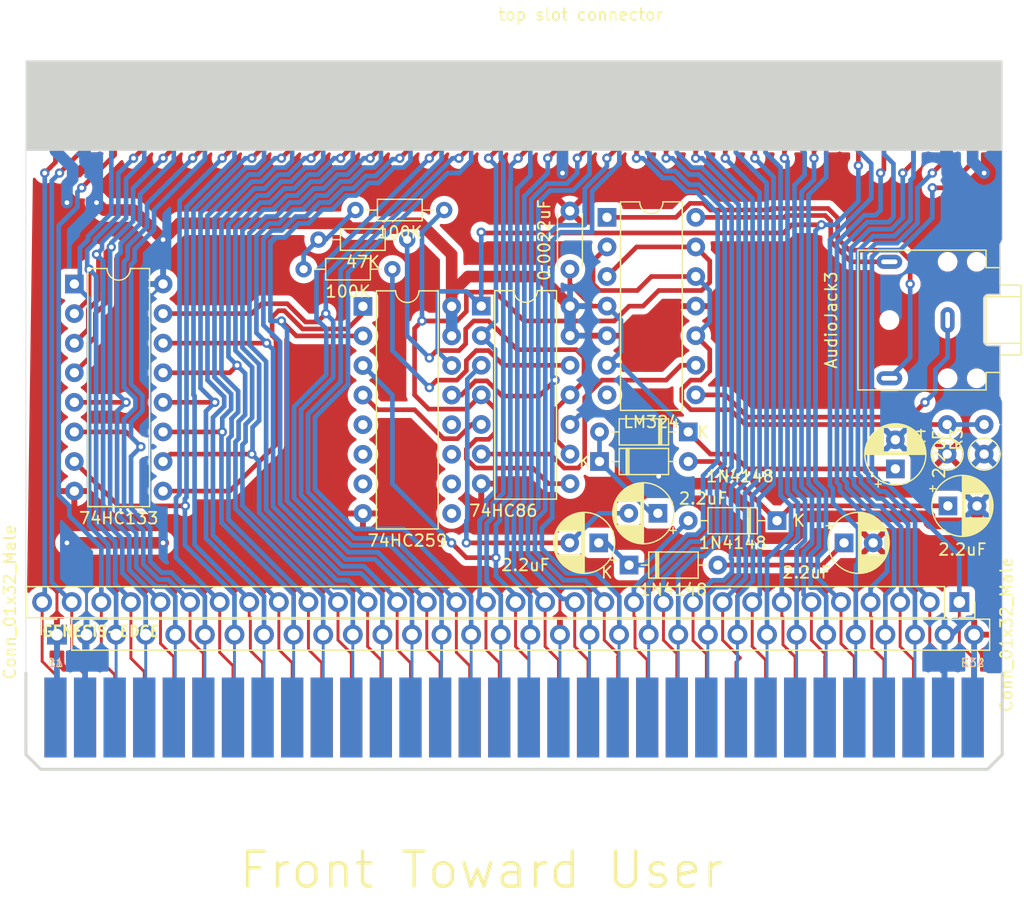
<source format=kicad_pcb>
(kicad_pcb (version 20221018) (generator pcbnew)
  (layers (0 "F.Cu" signal) (31 "B.Cu" signal) (34 "B.Paste" user) (35 "F.Paste" user) (36 "B.SilkS" user "B.Silkscreen") (37 "F.SilkS" user "F.Silkscreen") (38 "B.Mask" user) (39 "F.Mask" user) (44 "Edge.Cuts" user))
  (net 0 "")
  (net 1 "GND")
  (net 2 "+5V")
  (net 3 "/TIME")
  (net 4 "/{slash}SL1")
  (net 5 "/{slash}MRES")
  (net 6 "/RESET")
  (net 7 "/{slash}SR1")
  (net 8 "/D12")
  (net 9 "/D13")
  (net 10 "/D14")
  (net 11 "/D15")
  (net 12 "/A18")
  (net 13 "/A19")
  (net 14 "/A20")
  (net 15 "/A21")
  (net 16 "/A22")
  (net 17 "/A23")
  (net 18 "/Video")
  (net 19 "/VSync")
  (net 20 "/Hsync")
  (net 21 "/EDCLK")
  (net 22 "/{slash}OE")
  (net 23 "/{slash}CE")
  (net 24 "/{slash}AS")
  (net 25 "/VCLK")
  (net 26 "/{slash}DATCK")
  (net 27 "/{slash}CAS2")
  (net 28 "/A9")
  (net 29 "/A8")
  (net 30 "/{slash}ASEL")
  (net 31 "/{slash}UWR")
  (net 32 "/{slash}M3")
  (net 33 "/D11")
  (net 34 "/D3")
  (net 35 "/D4")
  (net 36 "/D10")
  (net 37 "/D2")
  (net 38 "/D5")
  (net 39 "/D9")
  (net 40 "/D1")
  (net 41 "/D6")
  (net 42 "/D8")
  (net 43 "/D0")
  (net 44 "/D7")
  (net 45 "/A0")
  (net 46 "/A16")
  (net 47 "/A1")
  (net 48 "/A15")
  (net 49 "/A2")
  (net 50 "/A14")
  (net 51 "/A3")
  (net 52 "/A13")
  (net 53 "/A4")
  (net 54 "/A12")
  (net 55 "/A5")
  (net 56 "/A11")
  (net 57 "/A6")
  (net 58 "/A10")
  (net 59 "/A7")
  (net 60 "/{slash}CART")
  (net 61 "Net-(D1-K)")
  (net 62 "Net-(C4-Pad2)")
  (net 63 "Net-(D2-K)")
  (net 64 "Net-(D3-K)")
  (net 65 "Net-(D4-K)")
  (net 66 "Net-(D1-A)")
  (net 67 "/{slash}WE")
  (net 68 "Net-(J4-PadR)")
  (net 69 "Net-(J4-PadS)")
  (net 70 "Net-(J4-PadT)")
  (net 71 "Net-(R1-Pad1)")
  (net 72 "Net-(R1-Pad2)")
  (net 73 "Net-(R2-Pad2)")
  (net 74 "Net-(U1A--)")
  (net 75 "Net-(U1A-+)")
  (net 77 "Net-(U1C--)")
  (net 78 "Net-(U4-Q0)")
  (net 79 "Net-(U4-A0)")
  (footprint "Package_DIP:DIP-16_W7.62mm" (layer "F.Cu") (at 113.04 71.77)
    (fp_text reference "U4" hide)
    (fp_text value "74HC259")
  )
  (footprint "Package_DIP:DIP-14_W7.62mm" (layer "F.Cu") (at 123.2 71.75)
    (fp_text reference "U2" hide)
    (fp_text value "74HC86")
  )
  (footprint "Connector_Audio:Jack_3.5mm_CUI_SJ1-3523N_Horizontal" (layer "F.Cu") (at 163.235 72.945 90)
    (fp_text reference "J4" hide)
    (fp_text value "AudioJack3")
    (fp_line (start -2.2 3.5) (end -2.2 4.5) (stroke (width 0.12)) (layer "Edge.Cuts"))
    (fp_line (start -2.2 4.5) (end -6.5 4.5) (stroke (width 0.12)) (layer "Edge.Cuts"))
    (fp_line (start 1.8 3.1) (end -1.8 3.1) (stroke (width 0.12)) (layer "Edge.Cuts"))
    (fp_line (start 2.2 3.5) (end 2.2 4.5) (stroke (width 0.12)) (layer "Edge.Cuts"))
    (fp_line (start 2.2 4.5) (end 6.5 4.5) (stroke (width 0.12)) (layer "Edge.Cuts"))
    (fp_arc (start -2.2 3.5) (mid -2.082842 3.217158) (end -1.8 3.1) (stroke (width 0.12)) (layer "Edge.Cuts"))
    (fp_arc (start 1.8 3.1) (mid 2.082843 3.217157) (end 2.2 3.5) (stroke (width 0.12)) (layer "Edge.Cuts"))
  )
  (footprint "Evan's parts:Genesis cart edge mount connector" (layer "F.Cu") (at 131.73 45.72)
    (fp_text reference "J3" hide)
    (fp_text value "top slot connector")
  )
  (footprint "Diode_THT:D_DO-35_SOD27_P7.62mm_Horizontal" (layer "F.Cu") (at 135.89 93.98)
    (fp_text reference "D1" hide)
    (fp_text value "1N4148")
  )
  (footprint "Connector_PinSocket_2.54mm:PinSocket_1x32_P2.54mm_Vertical" (layer "F.Cu") (at 86.772 99.955499 90)
    (fp_text reference "J1" hide)
    (fp_text value "Conn_01x32_Male")
  )
  (footprint "Package_DIP:DIP-16_W7.62mm" (layer "F.Cu") (at 88.265 69.85)
    (fp_text reference "U3" hide)
    (fp_text value "74HC133")
  )
  (footprint "Capacitor_THT:C_Disc_D4.3mm_W1.9mm_P5.00mm" (layer "F.Cu") (at 130.81 63.58 -90)
    (fp_text reference "C8" hide)
    (fp_text value "0.0022uF")
  )
  (footprint "Resistor_THT:R_Axial_DIN0207_L6.3mm_D2.5mm_P2.54mm_Vertical" (layer "F.Cu") (at 166.37 84.455 90)
    (fp_text reference "R3")
    (fp_text value "100K")
  )
  (footprint "Capacitor_THT:CP_Radial_D5.0mm_P2.50mm" (layer "F.Cu") (at 138.365113 89.535 180)
    (fp_text reference "C6" hide)
    (fp_text value "2.2uF")
  )
  (footprint "Diode_THT:D_DO-35_SOD27_P7.62mm_Horizontal" (layer "F.Cu") (at 148.59 90.17 180)
    (fp_text reference "D2" hide)
    (fp_text value "1N4148")
  )
  (footprint "Capacitor_THT:CP_Radial_D5.0mm_P2.50mm" (layer "F.Cu") (at 163.259888 88.9)
    (fp_text reference "C5" hide)
    (fp_text value "2.2uF")
  )
  (footprint "Capacitor_THT:CP_Radial_D5.0mm_P2.50mm" (layer "F.Cu") (at 133.285112 92.075 180)
    (fp_text reference "C4" hide)
    (fp_text value "2.2uF")
  )
  (footprint "Connector_PinSocket_2.54mm:PinSocket_1x32_P2.54mm_Vertical" (layer "F.Cu") (at 164.242 97.161499 -90)
    (fp_text reference "J2" hide)
    (fp_text value "Conn_01x32_Male")
  )
  (footprint "Capacitor_THT:CP_Radial_D5.0mm_P2.50mm" (layer "F.Cu") (at 154.345 92.075)
    (fp_text reference "C10" hide)
    (fp_text value "2.2uF")
  )
  (footprint "db-smt:GENESIS-EDGE" (layer "F.Cu") (at 86.645 107.067499)
    (fp_text reference "CON1" hide)
    (fp_text value "GENESIS-EDGE")
    (fp_line (start -2.54 -3.81) (end -2.54 3.175) (stroke (width 0.254)) (layer "Edge.Cuts"))
    (fp_line (start -2.54 3.175) (end -1.27 4.445) (stroke (width 0.254)) (layer "Edge.Cuts"))
    (fp_line (start -1.27 4.445) (end 80.01 4.445) (stroke (width 0.254)) (layer "Edge.Cuts"))
    (fp_line (start 80.01 4.445) (end 81.28 3.175) (stroke (width 0.254)) (layer "Edge.Cuts"))
    (fp_line (start 81.28 3.175) (end 81.28 -3.81) (stroke (width 0.254)) (layer "Edge.Cuts"))
  )
  (footprint "Resistor_THT:R_Axial_DIN0204_L3.6mm_D1.6mm_P7.62mm_Horizontal" (layer "F.Cu") (at 109.22 66.04)
    (fp_text reference "R2" hide)
    (fp_text value "47K")
  )
  (footprint "Resistor_THT:R_Axial_DIN0207_L6.3mm_D2.5mm_P2.54mm_Vertical" (layer "F.Cu") (at 163.195 84.455 90)
    (fp_text reference "R4")
    (fp_text value "100K")
  )
  (footprint "Diode_THT:D_DO-35_SOD27_P7.62mm_Horizontal" (layer "F.Cu") (at 140.97 82.55 180)
    (fp_text reference "D4" hide)
    (fp_text value "1N4148")
  )
  (footprint "Capacitor_THT:CP_Radial_D5.0mm_P2.50mm" (layer "F.Cu") (at 158.75 85.725 90)
    (fp_text reference "C7" hide)
    (fp_text value "2.2uF")
  )
  (footprint "Package_DIP:DIP-14_W7.62mm" (layer "F.Cu") (at 133.995 64.13)
    (fp_text reference "U1" hide)
    (fp_text value "LM324")
  )
  (footprint "Resistor_THT:R_Axial_DIN0204_L3.6mm_D1.6mm_P7.62mm_Horizontal" (layer "F.Cu") (at 112.395 63.5)
    (fp_text reference "R5" hide)
    (fp_text value "100K")
  )
  (footprint "Resistor_THT:R_Axial_DIN0204_L3.6mm_D1.6mm_P7.62mm_Horizontal" (layer "F.Cu") (at 107.95 68.58)
    (fp_text reference "R1" hide)
    (fp_text value "100K")
  )
  (footprint "Diode_THT:D_DO-35_SOD27_P7.62mm_Horizontal" (layer "F.Cu") (at 133.35 85.09)
    (fp_text reference "D3" hide)
    (fp_text value "1N4148" hide)
  )
  (gr_line (start 167.925 50.679499) (end 167.925 66.04) (stroke (width 0.05)) (layer "Edge.Cuts"))
  (gr_line (start 167.735 66.445) (end 167.925 66.04) (stroke (width 0.1)) (layer "Edge.Cuts"))
  (gr_line (start 167.925 80.01) (end 167.925001 103.257499) (stroke (width 0.05)) (layer "Edge.Cuts"))
  (gr_line (start 84.105001 103.257499) (end 84.105 50.679499) (stroke (width 0.05)) (layer "Edge.Cuts"))
  (gr_line (start 167.735 79.445) (end 167.925 80.01) (stroke (width 0.05)) (layer "Edge.Cuts"))
  (gr_line (start 84.105 50.679499) (end 167.925 50.679499) (stroke (width 0.05)) (layer "Edge.Cuts"))
  (gr_text "A1" (at 86.645 102.368499) (layer "B.SilkS") (effects (font (size 0.7 0.7) (thickness 0.1)) (justify mirror)))
  (gr_text "A32" (at 165.385 102.368499) (layer "B.SilkS") (effects (font (size 0.7 0.7) (thickness 0.1)) (justify mirror)))
  (gr_text "Front Toward User" (at 102.235 121.92) (layer "F.SilkS") (effects (font (size 3 3) (thickness 0.3)) (justify left bottom)))
  (gr_text "B32" (at 165.385 102.368499) (layer "F.SilkS") (effects (font (size 0.7 0.7) (thickness 0.1))))
  (gr_text "B1" (at 86.645 102.368499) (layer "F.SilkS") (effects (font (size 0.7 0.7) (thickness 0.1))))
  (segment (start 86.772 99.955499) (end 86.772 93.097499) (width 0.25) (layer "F.Cu") (net 1))
  (segment (start 129.952 99.955499) (end 129.952 93.478499) (width 0.25) (layer "F.Cu") (net 1))
  (via (at 166.37 60.325) (size 0.8) (drill 0.4) (layers "F.Cu" "B.Cu") (net 1))
  (via (at 87.63 62.865) (size 0.8) (drill 0.4) (layers "F.Cu" "B.Cu") (net 1))
  (via (at 130.175 60.325) (size 0.8) (drill 0.4) (layers "F.Cu" "B.Cu") (net 1))
  (segment (start 165.512 99.955499) (end 165.512 106.9405) (width 0.5) (layer "B.Cu") (net 1))
  (segment (start 130.175 60.325) (end 130.175 54.96) (width 1) (layer "B.Cu") (net 1))
  (segment (start 88.122182 59.896547) (end 88.122182 60.817183) (width 1) (layer "B.Cu") (net 1))
  (segment (start 129.952 99.955499) (end 129.952 106.9405) (width 0.25) (layer "B.Cu") (net 1))
  (segment (start 86.645 54.61) (end 86.995 54.96) (width 1) (layer "B.Cu") (net 1))
  (segment (start 87.63 61.309365) (end 88.122182 60.817183) (width 1) (layer "B.Cu") (net 1))
  (segment (start 165.512 106.9405) (end 165.385001 107.067499) (width 0.5) (layer "B.Cu") (net 1))
  (segment (start 165.385 54.61) (end 165.385 59.34) (width 1) (layer "B.Cu") (net 1))
  (segment (start 87.63 62.865) (end 87.63 61.309365) (width 1) (layer "B.Cu") (net 1))
  (segment (start 129.952 106.9405) (end 129.825001 107.067499) (width 0.25) (layer "B.Cu") (net 1))
  (segment (start 86.772 106.9405) (end 86.645001 107.067499) (width 0.5) (layer "B.Cu") (net 1))
  (segment (start 165.385 59.34) (end 166.37 60.325) (width 1) (layer "B.Cu") (net 1))
  (segment (start 130.175 54.96) (end 129.825 54.61) (width 1) (layer "B.Cu") (net 1))
  (segment (start 86.645 54.61) (end 86.645 58.419365) (width 1) (layer "B.Cu") (net 1))
  (segment (start 86.772 99.955499) (end 86.772 106.9405) (width 0.5) (layer "B.Cu") (net 1))
  (segment (start 86.645 58.419365) (end 88.122182 59.896547) (width 1) (layer "B.Cu") (net 1))
  (segment (start 115.850051 65.05005) (end 116.260101 64.64) (width 1) (layer "F.Cu") (net 2))
  (segment (start 150.495 90.17) (end 150.865 89.8) (width 1) (layer "F.Cu") (net 2))
  (segment (start 90.17 62.865) (end 90.805 63.5) (width 1) (layer "F.Cu") (net 2))
  (segment (start 147.09 90.17) (end 147.09 91.67) (width 1) (layer "F.Cu") (net 2))
  (segment (start 161.66 90.300112) (end 161.759888 90.4) (width 1) (layer "F.Cu") (net 2))
  (segment (start 143.915 86.995) (end 147.09 90.17) (width 1) (layer "F.Cu") (net 2))
  (segment (start 120.66 71.77) (end 120.66 70.617208) (width 1) (layer "F.Cu") (net 2))
  (segment (start 147.09 91.67) (end 150.09 91.67) (width 1) (layer "F.Cu") (net 2))
  (segment (start 161.759888 90.4) (end 165.391258 90.4) (width 1) (layer "F.Cu") (net 2))
  (segment (start 161.66 89.8) (end 161.66 90.300112) (width 1) (layer "F.Cu") (net 2))
  (segment (start 122.062208 69.215) (end 128.285 69.215) (width 1) (layer "F.Cu") (net 2))
  (segment (start 93.345 63.5) (end 95.885 66.04) (width 1) (layer "F.Cu") (net 2))
  (segment (start 120.66 67.32) (end 120.66 71.77) (width 1) (layer "F.Cu") (net 2))
  (segment (start 95.885 92.075) (end 87.63 92.075) (width 1) (layer "F.Cu") (net 2))
  (segment (start 95.885 66.04) (end 97.285 64.64) (width 1) (layer "F.Cu") (net 2))
  (segment (start 139.065 86.995) (end 143.915 86.995) (width 1) (layer "F.Cu") (net 2))
  (segment (start 165.759888 90.03137) (end 165.759888 88.9) (width 1) (layer "F.Cu") (net 2))
  (segment (start 128.285 69.215) (end 130.82 71.75) (width 1) (layer "F.Cu") (net 2))
  (segment (start 150.865 89.8) (end 161.66 89.8) (width 1) (layer "F.Cu") (net 2))
  (segment (start 120.66 70.617208) (end 122.062208 69.215) (width 1) (layer "F.Cu") (net 2))
  (segment (start 117.98 64.64) (end 120.66 67.32) (width 1) (layer "F.Cu") (net 2))
  (segment (start 165.391258 90.4) (end 165.759888 90.03137) (width 1) (layer "F.Cu") (net 2))
  (segment (start 111.965151 65.05005) (end 115.850051 65.05005) (width 1) (layer "F.Cu") (net 2))
  (segment (start 90.805 63.5) (end 93.345 63.5) (width 1) (layer "F.Cu") (net 2))
  (segment (start 97.285 64.64) (end 111.555101 64.64) (width 1) (layer "F.Cu") (net 2))
  (segment (start 138.43 86.36) (end 139.065 86.995) (width 1) (layer "F.Cu") (net 2))
  (segment (start 150.495 91.265) (end 150.495 90.17) (width 1) (layer "F.Cu") (net 2))
  (segment (start 111.555101 64.64) (end 111.965151 65.05005) (width 1) (layer "F.Cu") (net 2))
  (segment (start 150.09 91.67) (end 150.495 91.265) (width 1) (layer "F.Cu") (net 2))
  (segment (start 116.260101 64.64) (end 117.98 64.64) (width 1) (layer "F.Cu") (net 2))
  (via (at 87.63 92.075) (size 0.8) (drill 0.4) (layers "F.Cu" "B.Cu") (net 2))
  (via (at 138.43 86.36) (size 0.8) (drill 0.4) (layers "F.Cu" "B.Cu") (net 2))
  (via (at 95.885 66.04) (size 0.8) (drill 0.4) (layers "F.Cu" "B.Cu") (net 2))
  (via (at 90.17 62.865) (size 0.8) (drill 0.4) (layers "F.Cu" "B.Cu") (net 2))
  (via (at 95.885 92.075) (size 0.8) (drill 0.4) (layers "F.Cu" "B.Cu") (net 2))
  (segment (start 95.885 91.107842) (end 95.885 92.075) (width 0.25) (layer "B.Cu") (net 2))
  (segment (start 89.185 54.61) (end 89.535 54.96) (width 1) (layer "B.Cu") (net 2))
  (segment (start 89.439 99.828499) (end 89.312 99.955499) (width 0.25) (layer "B.Cu") (net 2))
  (segment (start 94.76 70.975) (end 94.76 89.982842) (width 0.25) (layer "B.Cu") (net 2))
  (segment (start 138.43 85.725) (end 138.43 86.36) (width 0.4) (layer "B.Cu") (net 2))
  (segment (start 94.76 89.982842) (end 95.885 91.107842) (width 0.25) (layer "B.Cu") (net 2))
  (segment (start 133.815001 81.110001) (end 138.43 85.725) (width 0.4) (layer "B.Cu") (net 2))
  (segment (start 162.845 54.61) (end 163.195 54.96) (width 1) (layer "B.Cu") (net 2))
  (segment (start 163.587998 99.955499) (end 164.984998 98.558499) (width 0.5) (layer "B.Cu") (net 2))
  (segment (start 89.185 59.34) (end 90.17 60.325) (width 1) (layer "B.Cu") (net 2))
  (segment (start 162.972 99.955499) (end 163.587998 99.955499) (width 0.5) (layer "B.Cu") (net 2))
  (segment (start 89.185001 100.082498) (end 89.312 99.955499) (width 0.5) (layer "B.Cu") (net 2))
  (segment (start 120.66 74.31) (end 120.66 71.77) (width 1) (layer "B.Cu") (net 2))
  (segment (start 89.185 54.61) (end 89.185 59.34) (width 1) (layer "B.Cu") (net 2))
  (segment (start 162.972 99.955499) (end 162.972 106.9405) (width 0.5) (layer "B.Cu") (net 2))
  (segment (start 163.195 54.96) (end 163.195 60.325) (width 1) (layer "B.Cu") (net 2))
  (segment (start 131.619999 81.110001) (end 133.815001 81.110001) (width 0.4) (layer "B.Cu") (net 2))
  (segment (start 95.885 69.85) (end 94.76 70.975) (width 0.25) (layer "B.Cu") (net 2))
  (segment (start 162.972 106.9405) (end 162.845001 107.067499) (width 0.5) (layer "B.Cu") (net 2))
  (segment (start 89.312 92.487) (end 88.265 91.44) (width 0.25) (layer "B.Cu") (net 2))
  (segment (start 89.185001 107.067499) (end 89.185001 100.082498) (width 0.5) (layer "B.Cu") (net 2))
  (segment (start 165.355002 98.558499) (end 165.542001 98.3715) (width 0.5) (layer "B.Cu") (net 2))
  (segment (start 164.984998 98.558499) (end 165.355002 98.558499) (width 0.5) (layer "B.Cu") (net 2))
  (segment (start 130.82 71.75) (end 130.82 74.29) (width 1) (layer "B.Cu") (net 2))
  (segment (start 89.312 99.955499) (end 89.312 92.487) (width 0.25) (layer "B.Cu") (net 2))
  (segment (start 130.82 81.91) (end 131.619999 81.110001) (width 0.4) (layer "B.Cu") (net 2))
  (segment (start 162.845001 101.8605) (end 162.845001 107.067499) (width 0.25) (layer "F.Cu") (net 3))
  (segment (start 161.702 97.161499) (end 161.702 100.717499) (width 0.25) (layer "F.Cu") (net 3))
  (segment (start 161.702 100.717499) (end 162.845001 101.8605) (width 0.25) (layer "F.Cu") (net 3))
  (segment (start 162.845 54.61) (end 162.845 59.405) (width 0.4) (layer "F.Cu") (net 3))
  (segment (start 162.845 59.405) (end 161.925 60.325) (width 0.4) (layer "F.Cu") (net 3))
  (via (at 161.925 60.325) (size 0.8) (drill 0.4) (layers "F.Cu" "B.Cu") (net 3))
  (segment (start 161.315528 96.507) (end 161.702 96.507) (width 0.4) (layer "B.Cu") (net 3))
  (segment (start 157.888808 87.665) (end 160.445 90.221192) (width 0.4) (layer "B.Cu") (net 3))
  (segment (start 157.072258 66.345) (end 156.135 67.282258) (width 0.4) (layer "B.Cu") (net 3))
  (segment (start 156.458528 86.23472) (end 156.458528 86.682056) (width 0.4) (layer "B.Cu") (net 3))
  (segment (start 156.458528 86.682056) (end 157.441472 87.665) (width 0.4) (layer "B.Cu") (net 3))
  (segment (start 160.445 90.221192) (end 160.445 95.636472) (width 0.4) (layer "B.Cu") (net 3))
  (segment (start 158.900686 66.345) (end 157.072258 66.345) (width 0.4) (layer "B.Cu") (net 3))
  (segment (start 156.135 67.282258) (end 156.135 85.911192) (width 0.4) (layer "B.Cu") (net 3))
  (segment (start 161.702 96.507) (end 161.702 97.161499) (width 0.4) (layer "B.Cu") (net 3))
  (segment (start 160.655 61.595) (end 160.655 64.590686) (width 0.4) (layer "B.Cu") (net 3))
  (segment (start 157.441472 87.665) (end 157.888808 87.665) (width 0.4) (layer "B.Cu") (net 3))
  (segment (start 160.445 95.636472) (end 161.315528 96.507) (width 0.4) (layer "B.Cu") (net 3))
  (segment (start 161.925 60.325) (end 160.655 61.595) (width 0.4) (layer "B.Cu") (net 3))
  (segment (start 156.135 85.911192) (end 156.458528 86.23472) (width 0.4) (layer "B.Cu") (net 3))
  (segment (start 160.655 64.590686) (end 158.900686 66.345) (width 0.4) (layer "B.Cu") (net 3))
  (segment (start 86.645001 103.388499) (end 85.502 102.245498) (width 0.25) (layer "F.Cu") (net 4))
  (segment (start 86.645 59.405) (end 85.725 60.325) (width 0.4) (layer "F.Cu") (net 4))
  (segment (start 85.502 98.36358) (end 85.502 97.161499) (width 0.25) (layer "F.Cu") (net 4))
  (segment (start 85.502 102.245498) (end 85.502 98.36358) (width 0.25) (layer "F.Cu") (net 4))
  (segment (start 86.645 54.61) (end 86.645 59.405) (width 0.4) (layer "F.Cu") (net 4))
  (segment (start 86.645001 107.067499) (end 86.645001 103.388499) (width 0.25) (layer "F.Cu") (net 4))
  (via (at 85.725 60.325) (size 0.8) (drill 0.4) (layers "F.Cu" "B.Cu") (net 4))
  (segment (start 85.725 96.938499) (end 85.502 97.161499) (width 0.4) (layer "B.Cu") (net 4))
  (segment (start 85.725 60.325) (end 85.725 96.938499) (width 0.4) (layer "B.Cu") (net 4))
  (segment (start 88.042 97.161499) (end 88.042 102.241499) (width 0.25) (layer "F.Cu") (net 5))
  (segment (start 88.042 102.241499) (end 89.185001 103.3845) (width 0.25) (layer "F.Cu") (net 5))
  (segment (start 88.9 58.42) (end 88.9 54.895) (width 0.4) (layer "F.Cu") (net 5))
  (segment (start 88.9 54.895) (end 89.185 54.61) (width 0.4) (layer "F.Cu") (net 5))
  (segment (start 86.995 60.325) (end 88.9 58.42) (width 0.4) (layer "F.Cu") (net 5))
  (segment (start 89.185001 103.3845) (end 89.185001 107.067499) (width 0.25) (layer "F.Cu") (net 5))
  (via (at 86.995 60.325) (size 0.8) (drill 0.4) (layers "F.Cu" "B.Cu") (net 5))
  (segment (start 88.042 97.161499) (end 86.325 95.444499) (width 0.4) (layer "B.Cu") (net 5))
  (segment (start 86.325 60.995) (end 86.995 60.325) (width 0.4) (layer "B.Cu") (net 5))
  (segment (start 86.325 95.444499) (end 86.325 60.995) (width 0.4) (layer "B.Cu") (net 5))
  (segment (start 152.812 101.694501) (end 152.685001 101.8215) (width 0.25) (layer "F.Cu") (net 6))
  (segment (start 151.765 58.42) (end 152.685 57.5) (width 0.4) (layer "F.Cu") (net 6))
  (segment (start 152.685001 101.8215) (end 152.685001 107.067499) (width 0.25) (layer "F.Cu") (net 6))
  (segment (start 152.685 57.5) (end 152.685 54.61) (width 0.4) (layer "F.Cu") (net 6))
  (segment (start 151.542 100.424501) (end 152.812 101.694501) (width 0.25) (layer "F.Cu") (net 6))
  (segment (start 151.542 97.161499) (end 151.542 100.424501) (width 0.25) (layer "F.Cu") (net 6))
  (segment (start 151.765 59.055) (end 151.765 58.42) (width 0.4) (layer "F.Cu") (net 6))
  (via (at 151.765 59.055) (size 0.8) (drill 0.4) (layers "F.Cu" "B.Cu") (net 6))
  (segment (start 150.900501 96.52) (end 150.872 96.52) (width 0.4) (layer "B.Cu") (net 6))
  (segment (start 151.542 97.161499) (end 150.900501 96.52) (width 0.4) (layer "B.Cu") (net 6))
  (segment (start 151.59 88.154416) (end 150.693629 87.258045) (width 0.4) (layer "B.Cu") (net 6))
  (segment (start 151.59 92.115584) (end 151.59 88.154416) (width 0.4) (layer "B.Cu") (net 6))
  (segment (start 151.765 60.885101) (end 151.765 59.055) (width 0.4) (layer "B.Cu") (net 6))
  (segment (start 150.693629 87.258045) (end 150.693629 61.956472) (width 0.4) (layer "B.Cu") (net 6))
  (segment (start 150.872 92.833584) (end 151.59 92.115584) (width 0.4) (layer "B.Cu") (net 6))
  (segment (start 150.872 96.52) (end 150.872 92.833584) (width 0.4) (layer "B.Cu") (net 6))
  (segment (start 150.693629 61.956472) (end 151.765 60.885101) (width 0.4) (layer "B.Cu") (net 6))
  (segment (start 91.725 58.77) (end 88.9 61.595) (width 0.4) (layer "F.Cu") (net 7))
  (segment (start 90.582 102.245498) (end 90.582 98.36358) (width 0.25) (layer "F.Cu") (net 7))
  (segment (start 91.725001 107.067499) (end 91.725001 103.388499) (width 0.25) (layer "F.Cu") (net 7))
  (segment (start 91.725 54.61) (end 91.725 58.77) (width 0.4) (layer "F.Cu") (net 7))
  (segment (start 90.582 98.36358) (end 90.582 97.161499) (width 0.25) (layer "F.Cu") (net 7))
  (segment (start 91.725001 103.388499) (end 90.582 102.245498) (width 0.25) (layer "F.Cu") (net 7))
  (via (at 88.9 61.595) (size 0.8) (drill 0.4) (layers "F.Cu" "B.Cu") (net 7))
  (segment (start 88.53 63.237792) (end 86.925 64.842792) (width 0.4) (layer "B.Cu") (net 7))
  (segment (start 90.582 92.487) (end 90.582 97.161499) (width 0.4) (layer "B.Cu") (net 7))
  (segment (start 86.925 64.842792) (end 86.925 87.987057) (width 0.4) (layer "B.Cu") (net 7))
  (segment (start 87.837943 88.9) (end 87.837943 89.742943) (width 0.4) (layer "B.Cu") (net 7))
  (segment (start 88.53 61.965) (end 88.53 63.237792) (width 0.4) (layer "B.Cu") (net 7))
  (segment (start 88.9 61.595) (end 88.53 61.965) (width 0.4) (layer "B.Cu") (net 7))
  (segment (start 87.837943 89.742943) (end 90.582 92.487) (width 0.4) (layer "B.Cu") (net 7))
  (segment (start 86.925 87.987057) (end 87.837943 88.9) (width 0.4) (layer "B.Cu") (net 7))
  (segment (start 146.462 97.161499) (end 146.462 100.971499) (width 0.25) (layer "F.Cu") (net 8))
  (segment (start 147.605 57.5) (end 147.605 54.61) (width 0.4) (layer "F.Cu") (net 8))
  (segment (start 146.462 100.971499) (end 147.605001 102.1145) (width 0.25) (layer "F.Cu") (net 8))
  (segment (start 146.685 58.42) (end 147.605 57.5) (width 0.4) (layer "F.Cu") (net 8))
  (segment (start 146.685 59.055) (end 146.685 58.42) (width 0.4) (layer "F.Cu") (net 8))
  (segment (start 147.605001 102.1145) (end 147.605001 107.067499) (width 0.25) (layer "F.Cu") (net 8))
  (via (at 146.685 59.055) (size 0.8) (drill 0.4) (layers "F.Cu" "B.Cu") (net 8))
  (segment (start 147.04 88.298224) (end 147.04 91.44) (width 0.4) (layer "B.Cu") (net 8))
  (segment (start 146.685 59.055) (end 148.293629 60.663629) (width 0.4) (layer "B.Cu") (net 8))
  (segment (start 147.04 91.44) (end 147.11 91.51) (width 0.4) (layer "B.Cu") (net 8))
  (segment (start 147.11 91.51) (end 147.11 96.513499) (width 0.4) (layer "B.Cu") (net 8))
  (segment (start 148.293629 87.044595) (end 147.04 88.298224) (width 0.4) (layer "B.Cu") (net 8))
  (segment (start 148.293629 60.663629) (end 148.293629 87.044595) (width 0.4) (layer "B.Cu") (net 8))
  (segment (start 147.11 96.513499) (end 146.462 97.161499) (width 0.4) (layer "B.Cu") (net 8))
  (segment (start 145.065 57.5) (end 145.065 54.61) (width 0.4) (layer "F.Cu") (net 9))
  (segment (start 145.065001 102.3295) (end 145.065001 107.067499) (width 0.25) (layer "F.Cu") (net 9))
  (segment (start 144.145 58.42) (end 145.065 57.5) (width 0.4) (layer "F.Cu") (net 9))
  (segment (start 145.446 101.948501) (end 145.065001 102.3295) (width 0.25) (layer "F.Cu") (net 9))
  (segment (start 143.922 97.161499) (end 143.922 100.424501) (width 0.25) (layer "F.Cu") (net 9))
  (segment (start 144.145 59.055) (end 144.145 58.42) (width 0.4) (layer "F.Cu") (net 9))
  (segment (start 143.922 100.424501) (end 145.446 101.948501) (width 0.25) (layer "F.Cu") (net 9))
  (via (at 144.145 59.055) (size 0.8) (drill 0.4) (layers "F.Cu" "B.Cu") (net 9))
  (segment (start 145.91 95.097204) (end 143.922 97.085204) (width 0.4) (layer "B.Cu") (net 9))
  (segment (start 144.145 59.055) (end 147.093629 62.003629) (width 0.4) (layer "B.Cu") (net 9))
  (segment (start 147.093629 86.547539) (end 145.84 87.801168) (width 0.4) (layer "B.Cu") (net 9))
  (segment (start 143.922 97.085204) (end 143.922 97.161499) (width 0.4) (layer "B.Cu") (net 9))
  (segment (start 145.84 92.636472) (end 145.91 92.706472) (width 0.4) (layer "B.Cu") (net 9))
  (segment (start 147.093629 62.003629) (end 147.093629 86.547539) (width 0.4) (layer "B.Cu") (net 9))
  (segment (start 145.84 87.801168) (end 145.84 92.636472) (width 0.4) (layer "B.Cu") (net 9))
  (segment (start 145.91 92.706472) (end 145.91 95.097204) (width 0.4) (layer "B.Cu") (net 9))
  (segment (start 142.525 57.5) (end 142.525 54.61) (width 0.4) (layer "F.Cu") (net 10))
  (segment (start 141.605 58.42) (end 142.525 57.5) (width 0.4) (layer "F.Cu") (net 10))
  (segment (start 142.525001 101.6065) (end 142.525001 107.067499) (width 0.25) (layer "F.Cu") (net 10))
  (segment (start 141.382 100.463499) (end 142.525001 101.6065) (width 0.25) (layer "F.Cu") (net 10))
  (segment (start 141.382 97.161499) (end 141.382 100.463499) (width 0.25) (layer "F.Cu") (net 10))
  (segment (start 141.605 59.055) (end 141.605 58.42) (width 0.4) (layer "F.Cu") (net 10))
  (via (at 141.605 59.055) (size 0.8) (drill 0.4) (layers "F.Cu" "B.Cu") (net 10))
  (segment (start 141.605 59.055) (end 142.165101 59.055) (width 0.4) (layer "B.Cu") (net 10))
  (segment (start 145.893629 62.783529) (end 145.893629 86.050483) (width 0.4) (layer "B.Cu") (net 10))
  (segment (start 143.038472 95.285) (end 141.382 96.941472) (width 0.4) (layer "B.Cu") (net 10))
  (segment (start 144.64 87.304112) (end 144.64 93.412943) (width 0.4) (layer "B.Cu") (net 10))
  (segment (start 144.64 93.412943) (end 144.71 93.482943) (width 0.4) (layer "B.Cu") (net 10))
  (segment (start 145.893629 86.050483) (end 144.64 87.304112) (width 0.4) (layer "B.Cu") (net 10))
  (segment (start 144.71 94.600148) (end 144.025148 95.285) (width 0.4) (layer "B.Cu") (net 10))
  (segment (start 144.025148 95.285) (end 143.038472 95.285) (width 0.4) (layer "B.Cu") (net 10))
  (segment (start 144.71 93.482943) (end 144.71 94.600148) (width 0.4) (layer "B.Cu") (net 10))
  (segment (start 142.165101 59.055) (end 145.893629 62.783529) (width 0.4) (layer "B.Cu") (net 10))
  (segment (start 141.382 96.941472) (end 141.382 97.161499) (width 0.4) (layer "B.Cu") (net 10))
  (segment (start 139.985001 103.388499) (end 139.985001 107.067499) (width 0.25) (layer "F.Cu") (net 11))
  (segment (start 139.065 59.055) (end 139.065 58.42) (width 0.4) (layer "F.Cu") (net 11))
  (segment (start 139.065 58.42) (end 139.985 57.5) (width 0.4) (layer "F.Cu") (net 11))
  (segment (start 138.842 97.161499) (end 138.842 100.424501) (width 0.25) (layer "F.Cu") (net 11))
  (segment (start 139.985001 101.567502) (end 139.985001 103.388499) (width 0.25) (layer "F.Cu") (net 11))
  (segment (start 139.985 57.5) (end 139.985 54.61) (width 0.4) (layer "F.Cu") (net 11))
  (segment (start 138.842 100.424501) (end 139.985001 101.567502) (width 0.25) (layer "F.Cu") (net 11))
  (via (at 139.065 59.055) (size 0.8) (drill 0.4) (layers "F.Cu" "B.Cu") (net 11))
  (segment (start 144.693629 63.280583) (end 144.693629 85.553427) (width 0.4) (layer "B.Cu") (net 11))
  (segment (start 142.136028 92.606028) (end 141.352446 92.606028) (width 0.4) (layer "B.Cu") (net 11))
  (segment (start 141.868045 60.455) (end 144.693629 63.280583) (width 0.4) (layer "B.Cu") (net 11))
  (segment (start 141.025101 60.455) (end 141.868045 60.455) (width 0.4) (layer "B.Cu") (net 11))
  (segment (start 143.44 86.807056) (end 143.44 91.302056) (width 0.4) (layer "B.Cu") (net 11))
  (segment (start 139.625101 59.055) (end 141.025101 60.455) (width 0.4) (layer "B.Cu") (net 11))
  (segment (start 144.693629 85.553427) (end 143.44 86.807056) (width 0.4) (layer "B.Cu") (net 11))
  (segment (start 143.44 91.302056) (end 142.136028 92.606028) (width 0.4) (layer "B.Cu") (net 11))
  (segment (start 138.842 95.116474) (end 138.842 97.161499) (width 0.4) (layer "B.Cu") (net 11))
  (segment (start 141.352446 92.606028) (end 138.842 95.116474) (width 0.4) (layer "B.Cu") (net 11))
  (segment (start 139.065 59.055) (end 139.625101 59.055) (width 0.4) (layer "B.Cu") (net 11))
  (segment (start 98.202 100.424501) (end 99.345001 101.567502) (width 0.25) (layer "F.Cu") (net 12))
  (segment (start 98.202 97.161499) (end 98.202 100.424501) (width 0.25) (layer "F.Cu") (net 12))
  (segment (start 99.345 58.135) (end 99.345 54.61) (width 0.4) (layer "F.Cu") (net 12))
  (segment (start 98.425 59.055) (end 99.345 58.135) (width 0.4) (layer "F.Cu") (net 12))
  (segment (start 99.345001 101.567502) (end 99.345001 107.067499) (width 0.25) (layer "F.Cu") (net 12))
  (via (at 98.425 59.055) (size 0.8) (drill 0.4) (layers "F.Cu" "B.Cu") (net 12))
  (segment (start 93.51 80.48) (end 92.535 81.455) (width 0.4) (layer "B.Cu") (net 12))
  (segment (start 93.51 79.678629) (end 93.51 80.48) (width 0.4) (layer "B.Cu") (net 12))
  (segment (start 94.182 90.995832) (end 94.182 93.908148) (width 0.4) (layer "B.Cu") (net 12))
  (segment (start 98.425 59.055) (end 94.51 62.97) (width 0.4) (layer "B.Cu") (net 12))
  (segment (start 94.51 64.944314) (end 92.84 66.614314) (width 0.4) (layer "B.Cu") (net 12))
  (segment (start 94.182 93.908148) (end 95.498528 95.224676) (width 0.4) (layer "B.Cu") (net 12))
  (segment (start 92.571371 78.74) (end 93.51 79.678629) (width 0.4) (layer "B.Cu") (net 12))
  (segment (start 95.498528 95.224676) (end 96.341472 95.224676) (width 0.4) (layer "B.Cu") (net 12))
  (segment (start 92.535 81.455) (end 92.535 89.348832) (width 0.4) (layer "B.Cu") (net 12))
  (segment (start 94.51 62.97) (end 94.51 64.944314) (width 0.4) (layer "B.Cu") (net 12))
  (segment (start 92.535 78.74) (end 92.571371 78.74) (width 0.4) (layer "B.Cu") (net 12))
  (segment (start 96.341472 95.224676) (end 98.202 97.085204) (width 0.4) (layer "B.Cu") (net 12))
  (segment (start 92.84 67.64) (end 92.535 67.945) (width 0.4) (layer "B.Cu") (net 12))
  (segment (start 92.535 67.945) (end 92.535 78.74) (width 0.4) (layer "B.Cu") (net 12))
  (segment (start 92.84 66.614314) (end 92.84 67.64) (width 0.4) (layer "B.Cu") (net 12))
  (segment (start 98.202 97.085204) (end 98.202 97.161499) (width 0.4) (layer "B.Cu") (net 12))
  (segment (start 92.535 89.348832) (end 94.182 90.995832) (width 0.4) (layer "B.Cu") (net 12))
  (segment (start 100.965 59.055) (end 101.885 58.135) (width 0.4) (layer "F.Cu") (net 13))
  (segment (start 101.885 58.135) (end 101.885 54.61) (width 0.4) (layer "F.Cu") (net 13))
  (segment (start 101.885001 107.067499) (end 101.885001 102.6225) (width 0.25) (layer "F.Cu") (net 13))
  (segment (start 101.885001 102.6225) (end 100.742 101.479499) (width 0.25) (layer "F.Cu") (net 13))
  (segment (start 100.742 101.479499) (end 100.742 97.161499) (width 0.25) (layer "F.Cu") (net 13))
  (via (at 100.965 59.055) (size 0.8) (drill 0.4) (layers "F.Cu" "B.Cu") (net 13))
  (segment (start 96.99 93.333204) (end 100.742 97.085204) (width 0.4) (layer "B.Cu") (net 13))
  (segment (start 100.742 97.085204) (end 100.742 97.161499) (width 0.4) (layer "B.Cu") (net 13))
  (segment (start 97.296764 62.723236) (end 97.296764 87.915293) (width 0.4) (layer "B.Cu") (net 13))
  (segment (start 100.965 59.055) (end 97.296764 62.723236) (width 0.4) (layer "B.Cu") (net 13))
  (segment (start 97.296764 87.915293) (end 96.99 88.222057) (width 0.4) (layer "B.Cu") (net 13))
  (segment (start 96.99 88.222057) (end 96.99 93.333204) (width 0.4) (layer "B.Cu") (net 13))
  (segment (start 103.282 97.161499) (end 103.282 98.36358) (width 0.25) (layer "F.Cu") (net 14))
  (segment (start 103.505 59.055) (end 104.425 58.135) (width 0.4) (layer "F.Cu") (net 14))
  (segment (start 103.376999 101.320498) (end 104.425001 102.3685) (width 0.25) (layer "F.Cu") (net 14))
  (segment (start 103.282 98.36358) (end 103.376999 98.458579) (width 0.25) (layer "F.Cu") (net 14))
  (segment (start 104.425 58.135) (end 104.425 54.61) (width 0.4) (layer "F.Cu") (net 14))
  (segment (start 103.376999 98.458579) (end 103.376999 101.320498) (width 0.25) (layer "F.Cu") (net 14))
  (segment (start 104.425001 102.3685) (end 104.425001 107.067499) (width 0.25) (layer "F.Cu") (net 14))
  (via (at 103.505 59.055) (size 0.8) (drill 0.4) (layers "F.Cu" "B.Cu") (net 14))
  (segment (start 98.59 79.468236) (end 98.59 92.24) (width 0.4) (layer "B.Cu") (net 14))
  (segment (start 102.944899 59.055) (end 98.496764 63.503136) (width 0.4) (layer "B.Cu") (net 14))
  (segment (start 98.59 92.24) (end 103.282 96.932) (width 0.4) (layer "B.Cu") (net 14))
  (segment (start 98.496764 63.503136) (end 98.496764 79.375) (width 0.4) (layer "B.Cu") (net 14))
  (segment (start 103.282 96.932) (end 103.282 97.161499) (width 0.4) (layer "B.Cu") (net 14))
  (segment (start 98.496764 79.375) (end 98.59 79.468236) (width 0.4) (layer "B.Cu") (net 14))
  (segment (start 103.505 59.055) (end 102.944899 59.055) (width 0.4) (layer "B.Cu") (net 14))
  (segment (start 106.965001 107.067499) (end 106.965001 102.3685) (width 0.25) (layer "F.Cu") (net 15))
  (segment (start 106.045 59.055) (end 106.965 58.135) (width 0.4) (layer "F.Cu") (net 15))
  (segment (start 105.822 101.225499) (end 105.822 97.161499) (width 0.25) (layer "F.Cu") (net 15))
  (segment (start 106.965001 102.3685) (end 105.822 101.225499) (width 0.25) (layer "F.Cu") (net 15))
  (segment (start 106.965 58.135) (end 106.965 54.61) (width 0.4) (layer "F.Cu") (net 15))
  (via (at 106.045 59.055) (size 0.8) (drill 0.4) (layers "F.Cu" "B.Cu") (net 15))
  (segment (start 103.241955 60.455) (end 99.696764 64.000192) (width 0.4) (layer "B.Cu") (net 15))
  (segment (start 100.165 91.428204) (end 105.822 97.085204) (width 0.4) (layer "B.Cu") (net 15))
  (segment (start 105.822 97.085204) (end 105.822 97.161499) (width 0.4) (layer "B.Cu") (net 15))
  (segment (start 104.084899 60.455) (end 103.241955 60.455) (width 0.4) (layer "B.Cu") (net 15))
  (segment (start 99.696764 78.105) (end 101.13 79.538236) (width 0.4) (layer "B.Cu") (net 15))
  (segment (start 99.696764 64.000192) (end 99.696764 78.105) (width 0.4) (layer "B.Cu") (net 15))
  (segment (start 100.165 81.30637) (end 100.165 91.428204) (width 0.4) (layer "B.Cu") (net 15))
  (segment (start 105.484899 59.055) (end 104.084899 60.455) (width 0.4) (layer "B.Cu") (net 15))
  (segment (start 101.13 79.538236) (end 101.13 80.341371) (width 0.4) (layer "B.Cu") (net 15))
  (segment (start 101.13 80.341371) (end 100.165 81.30637) (width 0.4) (layer "B.Cu") (net 15))
  (segment (start 106.045 59.055) (end 105.484899 59.055) (width 0.4) (layer "B.Cu") (net 15))
  (segment (start 109.505001 102.3685) (end 109.505001 107.067499) (width 0.25) (layer "F.Cu") (net 16))
  (segment (start 109.505 58.135) (end 109.505 54.61) (width 0.4) (layer "F.Cu") (net 16))
  (segment (start 108.585 59.055) (end 109.505 58.135) (width 0.4) (layer "F.Cu") (net 16))
  (segment (start 108.362 97.161499) (end 108.362 101.225499) (width 0.25) (layer "F.Cu") (net 16))
  (segment (start 108.362 101.225499) (end 109.505001 102.3685) (width 0.25) (layer "F.Cu") (net 16))
  (via (at 108.585 59.055) (size 0.8) (drill 0.4) (layers "F.Cu" "B.Cu") (net 16))
  (segment (start 108.024899 59.055) (end 106.624899 60.455) (width 0.4) (layer "B.Cu") (net 16))
  (segment (start 108.362 96.941472) (end 108.362 97.161499) (width 0.4) (layer "B.Cu") (net 16))
  (segment (start 101.744213 81.424214) (end 101.765 81.445001) (width 0.4) (layer "B.Cu") (net 16))
  (segment (start 104.581955 61.655) (end 103.739011 61.655) (width 0.4) (layer "B.Cu") (net 16))
  (segment (start 101.765 81.445001) (end 101.765 82.881371) (width 0.4) (layer "B.Cu") (net 16))
  (segment (start 100.896764 77.607944) (end 102.33 79.04118) (width 0.4) (layer "B.Cu") (net 16))
  (segment (start 100.896764 64.497248) (end 100.896764 77.607944) (width 0.4) (layer "B.Cu") (net 16))
  (segment (start 101.496713 83.149657) (end 101.496713 90.076185) (width 0.4) (layer "B.Cu") (net 16))
  (segment (start 103.739011 61.655) (end 100.896764 64.497248) (width 0.4) (layer "B.Cu") (net 16))
  (segment (start 106.624899 60.455) (end 105.781954 60.455) (width 0.4) (layer "B.Cu") (net 16))
  (segment (start 105.781954 60.455) (end 104.581955 61.655) (width 0.4) (layer "B.Cu") (net 16))
  (segment (start 108.585 59.055) (end 108.024899 59.055) (width 0.4) (layer "B.Cu") (net 16))
  (segment (start 101.496713 90.076185) (end 108.362 96.941472) (width 0.4) (layer "B.Cu") (net 16))
  (segment (start 101.765 82.881371) (end 101.496713 83.149657) (width 0.4) (layer "B.Cu") (net 16))
  (segment (start 102.33 79.04118) (end 102.33 80.838427) (width 0.4) (layer "B.Cu") (net 16))
  (segment (start 102.33 80.838427) (end 101.744213 81.424214) (width 0.4) (layer "B.Cu") (net 16))
  (segment (start 112.045 58.135) (end 112.045 54.61) (width 0.4) (layer "F.Cu") (net 17))
  (segment (start 110.902 100.424501) (end 112.045001 101.567502) (width 0.25) (layer "F.Cu") (net 17))
  (segment (start 110.902 97.161499) (end 110.902 100.424501) (width 0.25) (layer "F.Cu") (net 17))
  (segment (start 111.125 59.055) (end 112.045 58.135) (width 0.4) (layer "F.Cu") (net 17))
  (segment (start 112.045001 101.567502) (end 112.045001 107.067499) (width 0.25) (layer "F.Cu") (net 17))
  (via (at 111.125 59.055) (size 0.8) (drill 0.4) (layers "F.Cu" "B.Cu") (net 17))
  (segment (start 103.53 81.335483) (end 102.965 81.900483) (width 0.4) (layer "B.Cu") (net 17))
  (segment (start 107.121955 61.655) (end 106.27901 61.655) (width 0.4) (layer "B.Cu") (net 17))
  (segment (start 102.965 81.900483) (end 102.965 83.378427) (width 0.4) (layer "B.Cu") (net 17))
  (segment (start 102.696713 88.879917) (end 110.902 97.085204) (width 0.4) (layer "B.Cu") (net 17))
  (segment (start 109.164899 60.455) (end 108.321955 60.455) (width 0.4) (layer "B.Cu") (net 17))
  (segment (start 102.965 83.378427) (end 102.696713 83.646713) (width 0.4) (layer "B.Cu") (net 17))
  (segment (start 102.096764 64.994304) (end 102.096764 75.565394) (width 0.4) (layer "B.Cu") (net 17))
  (segment (start 103.53 76.99863) (end 103.53 81.335483) (width 0.4) (layer "B.Cu") (net 17))
  (segment (start 110.564899 59.055) (end 109.164899 60.455) (width 0.4) (layer "B.Cu") (net 17))
  (segment (start 105.079011 62.855) (end 104.236067 62.855) (width 0.4) (layer "B.Cu") (net 17))
  (segment (start 110.902 97.085204) (end 110.902 97.161499) (width 0.4) (layer "B.Cu") (net 17))
  (segment (start 111.125 59.055) (end 110.564899 59.055) (width 0.4) (layer "B.Cu") (net 17))
  (segment (start 106.27901 61.655) (end 105.079011 62.855) (width 0.4) (layer "B.Cu") (net 17))
  (segment (start 104.236067 62.855) (end 102.096764 64.994304) (width 0.4) (layer "B.Cu") (net 17))
  (segment (start 102.696713 83.646713) (end 102.696713 88.879917) (width 0.4) (layer "B.Cu") (net 17))
  (segment (start 108.321955 60.455) (end 107.121955 61.655) (width 0.4) (layer "B.Cu") (net 17))
  (segment (start 102.096764 75.565394) (end 103.53 76.99863) (width 0.4) (layer "B.Cu") (net 17))
  (segment (start 113.665 59.055) (end 114.585 58.135) (width 0.4) (layer "F.Cu") (net 18))
  (segment (start 114.585 58.135) (end 114.585 54.61) (width 0.4) (layer "F.Cu") (net 18))
  (segment (start 113.442 97.161499) (end 113.442 100.971499) (width 0.25) (layer "F.Cu") (net 18))
  (segment (start 114.585001 102.1145) (end 114.585001 107.067499) (width 0.25) (layer "F.Cu") (net 18))
  (segment (start 113.442 100.971499) (end 114.585001 102.1145) (width 0.25) (layer "F.Cu") (net 18))
  (via (at 113.665 59.055) (size 0.8) (drill 0.4) (layers "F.Cu" "B.Cu") (net 18))
  (segment (start 104.73 89.216148) (end 104.73 76.501572) (width 0.4) (layer "B.Cu") (net 18))
  (segment (start 111.795 95.285) (end 110.798852 95.285) (width 0.4) (layer "B.Cu") (net 18))
  (segment (start 104.733123 64.055) (end 105.576067 64.055) (width 0.4) (layer "B.Cu") (net 18))
  (segment (start 103.296764 65.491359) (end 104.733123 64.055) (width 0.4) (layer "B.Cu") (net 18))
  (segment (start 110.798852 95.285) (end 104.73 89.216148) (width 0.4) (layer "B.Cu") (net 18))
  (segment (start 110.861955 60.455) (end 111.704899 60.455) (width 0.4) (layer "B.Cu") (net 18))
  (segment (start 113.442 97.161499) (end 113.442 96.932) (width 0.4) (layer "B.Cu") (net 18))
  (segment (start 108.819011 61.655) (end 109.661955 61.655) (width 0.4) (layer "B.Cu") (net 18))
  (segment (start 104.73 76.501572) (end 103.296764 75.068337) (width 0.4) (layer "B.Cu") (net 18))
  (segment (start 113.442 96.932) (end 111.795 95.285) (width 0.4) (layer "B.Cu") (net 18))
  (segment (start 109.661955 61.655) (end 110.861955 60.455) (width 0.4) (layer "B.Cu") (net 18))
  (segment (start 103.296764 75.068337) (end 103.296764 65.491359) (width 0.4) (layer "B.Cu") (net 18))
  (segment (start 113.104899 59.055) (end 113.665 59.055) (width 0.4) (layer "B.Cu") (net 18))
  (segment (start 105.576067 64.055) (end 106.776066 62.855) (width 0.4) (layer "B.Cu") (net 18))
  (segment (start 106.776066 62.855) (end 107.619011 62.855) (width 0.4) (layer "B.Cu") (net 18))
  (segment (start 107.619011 62.855) (end 108.819011 61.655) (width 0.4) (layer "B.Cu") (net 18))
  (segment (start 111.704899 60.455) (end 113.104899 59.055) (width 0.4) (layer "B.Cu") (net 18))
  (segment (start 115.982 101.225499) (end 117.125001 102.3685) (width 0.25) (layer "F.Cu") (net 19))
  (segment (start 115.982 97.161499) (end 115.982 101.225499) (width 0.25) (layer "F.Cu") (net 19))
  (segment (start 117.125001 102.3685) (end 117.125001 107.067499) (width 0.25) (layer "F.Cu") (net 19))
  (segment (start 116.205 59.055) (end 117.125 58.135) (width 0.4) (layer "F.Cu") (net 19))
  (segment (start 117.125 58.135) (end 117.125 54.61) (width 0.4) (layer "F.Cu") (net 19))
  (via (at 116.205 59.055) (size 0.8) (drill 0.4) (layers "F.Cu" "B.Cu") (net 19))
  (segment (start 105.93 88.719092) (end 105.93 74.815) (width 0.4) (layer "B.Cu") (net 19))
  (segment (start 105.230179 65.255) (end 106.073123 65.255) (width 0.4) (layer "B.Cu") (net 19))
  (segment (start 106.073123 65.255) (end 107.273122 64.055) (width 0.4) (layer "B.Cu") (net 19))
  (segment (start 111.295908 94.085) (end 105.93 88.719092) (width 0.4) (layer "B.Cu") (net 19))
  (segment (start 108.116067 64.055) (end 109.316067 62.855) (width 0.4) (layer "B.Cu") (net 19))
  (segment (start 109.316067 62.855) (end 110.159011 62.855) (width 0.4) (layer "B.Cu") (net 19))
  (segment (start 104.496764 65.988415) (end 105.230179 65.255) (width 0.4) (layer "B.Cu") (net 19))
  (segment (start 113.125528 94.085) (end 111.295908 94.085) (width 0.4) (layer "B.Cu") (net 19))
  (segment (start 114.123922 60.575977) (end 115.57 59.129899) (width 0.4) (layer "B.Cu") (net 19))
  (segment (start 112.201955 61.655) (end 113.280978 60.575977) (width 0.4) (layer "B.Cu") (net 19))
  (segment (start 115.982 96.941472) (end 113.125528 94.085) (width 0.4) (layer "B.Cu") (net 19))
  (segment (start 111.359011 61.655) (end 112.201955 61.655) (width 0.4) (layer "B.Cu") (net 19))
  (segment (start 113.280978 60.575977) (end 114.123922 60.575977) (width 0.4) (layer "B.Cu") (net 19))
  (segment (start 116.130101 59.129899) (end 116.205 59.055) (width 0.4) (layer "B.Cu") (net 19))
  (segment (start 105.93 74.815) (end 104.496764 73.381764) (width 0.4) (layer "B.Cu") (net 19))
  (segment (start 107.273122 64.055) (end 108.116067 64.055) (width 0.4) (layer "B.Cu") (net 19))
  (segment (start 110.159011 62.855) (end 111.359011 61.655) (width 0.4) (layer "B.Cu") (net 19))
  (segment (start 115.982 97.161499) (end 115.982 96.941472) (width 0.4) (layer "B.Cu") (net 19))
  (segment (start 104.496764 73.381764) (end 104.496764 65.988415) (width 0.4) (layer "B.Cu") (net 19))
  (segment (start 115.57 59.129899) (end 116.130101 59.129899) (width 0.4) (layer "B.Cu") (net 19))
  (segment (start 118.745 59.055) (end 119.665 58.135) (width 0.4) (layer "F.Cu") (net 20))
  (segment (start 118.522 101.225499) (end 119.665001 102.3685) (width 0.25) (layer "F.Cu") (net 20))
  (segment (start 119.665001 102.3685) (end 119.665001 107.067499) (width 0.25) (layer "F.Cu") (net 20))
  (segment (start 119.665 58.135) (end 119.665 54.61) (width 0.4) (layer "F.Cu") (net 20))
  (segment (start 118.522 97.161499) (end 118.522 101.225499) (width 0.25) (layer "F.Cu") (net 20))
  (via (at 118.745 59.055) (size 0.8) (drill 0.4) (layers "F.Cu" "B.Cu") (net 20))
  (segment (start 118.522 97.085204) (end 118.522 97.161499) (width 0.4) (layer "B.Cu") (net 20))
  (segment (start 114.321796 92.885) (end 118.522 97.085204) (width 0.4) (layer "B.Cu") (net 20))
  (segment (start 107.13 80.396472) (end 107.13 88.222036) (width 0.4) (layer "B.Cu") (net 20))
  (segment (start 109.055 68.745) (end 109.055 72.86) (width 0.4) (layer "B.Cu") (net 20))
  (segment (start 107.13 88.222036) (end 111.792964 92.885) (width 0.4) (layer "B.Cu") (net 20))
  (segment (start 111.792964 92.885) (end 114.321796 92.885) (width 0.4) (layer "B.Cu") (net 20))
  (segment (start 109.89 77.636472) (end 107.13 80.396472) (width 0.4) (layer "B.Cu") (net 20))
  (segment (start 109.89 73.695) (end 109.89 77.636472) (width 0.4) (layer "B.Cu") (net 20))
  (segment (start 118.745 59.055) (end 109.055 68.745) (width 0.4) (layer "B.Cu") (net 20))
  (segment (start 109.055 72.86) (end 109.89 73.695) (width 0.4) (layer "B.Cu") (net 20))
  (segment (start 121.062 97.161499) (end 121.062 101.479499) (width 0.25) (layer "F.Cu") (net 21))
  (segment (start 122.205001 102.6225) (end 122.205001 107.067499) (width 0.25) (layer "F.Cu") (net 21))
  (segment (start 121.285 59.055) (end 122.205 58.135) (width 0.4) (layer "F.Cu") (net 21))
  (segment (start 121.062 101.479499) (end 122.205001 102.6225) (width 0.25) (layer "F.Cu") (net 21))
  (segment (start 122.205 58.135) (end 122.205 54.61) (width 0.4) (layer "F.Cu") (net 21))
  (via (at 121.285 59.055) (size 0.8) (drill 0.4) (layers "F.Cu" "B.Cu") (net 21))
  (segment (start 120.724899 59.055) (end 121.285 59.055) (width 0.4) (layer "B.Cu") (net 21))
  (segment (start 112.29002 91.685) (end 108.33 87.72498) (width 0.4) (layer "B.Cu") (net 21))
  (segment (start 121.062 97.085204) (end 115.661796 91.685) (width 0.4) (layer "B.Cu") (net 21))
  (segment (start 111.125 68.654899) (end 120.724899 59.055) (width 0.4) (layer "B.Cu") (net 21))
  (segment (start 121.062 97.161499) (end 121.062 97.085204) (width 0.4) (layer "B.Cu") (net 21))
  (segment (start 108.33 87.72498) (end 108.33 81.031472) (width 0.4) (layer "B.Cu") (net 21))
  (segment (start 108.33 81.031472) (end 111.125 78.236472) (width 0.4) (layer "B.Cu") (net 21))
  (segment (start 115.661796 91.685) (end 112.29002 91.685) (width 0.4) (layer "B.Cu") (net 21))
  (segment (start 111.125 78.236472) (end 111.125 68.654899) (width 0.4) (layer "B.Cu") (net 21))
  (segment (start 123.602 97.161499) (end 123.602 101.225499) (width 0.25) (layer "F.Cu") (net 22))
  (segment (start 123.602 101.225499) (end 124.745001 102.3685) (width 0.25) (layer "F.Cu") (net 22))
  (segment (start 123.825 59.055) (end 124.745 58.135) (width 0.4) (layer "F.Cu") (net 22))
  (segment (start 124.745001 102.3685) (end 124.745001 107.067499) (width 0.25) (layer "F.Cu") (net 22))
  (segment (start 124.745 58.135) (end 124.745 54.61) (width 0.4) (layer "F.Cu") (net 22))
  (via (at 123.825 59.055) (size 0.8) (drill 0.4) (layers "F.Cu" "B.Cu") (net 22))
  (segment (start 123.602 89.619371) (end 123.602 88.428) (width 0.4) (layer "B.Cu") (net 22))
  (segment (start 123.2 74.29) (end 124.46 73.03) (width 0.4) (layer "B.Cu") (net 22))
  (segment (start 123.06 90.161372) (end 123.602 89.619371) (width 0.4) (layer "B.Cu") (net 22))
  (segment (start 124.46 73.03) (end 124.46 59.69) (width 0.4) (layer "B.Cu") (net 22))
  (segment (start 124.46 59.69) (end 123.825 59.055) (width 0.4) (layer "B.Cu") (net 22))
  (segment (start 123.602 97.161499) (end 123.06 96.619499) (width 0.4) (layer "B.Cu") (net 22))
  (segment (start 123.602 88.428) (end 124.4 87.63) (width 0.4) (layer "B.Cu") (net 22))
  (segment (start 124.4 75.49) (end 123.2 74.29) (width 0.4) (layer "B.Cu") (net 22))
  (segment (start 123.06 96.619499) (end 123.06 90.161372) (width 0.4) (layer "B.Cu") (net 22))
  (segment (start 124.4 87.63) (end 124.4 75.49) (width 0.4) (layer "B.Cu") (net 22))
  (segment (start 124.46 93.345) (end 121.92 93.345) (width 0.4) (layer "F.Cu") (net 23))
  (segment (start 127.285001 102.1145) (end 127.285001 107.067499) (width 0.25) (layer "F.Cu") (net 23))
  (segment (start 126.142 100.971499) (end 127.285001 102.1145) (width 0.25) (layer "F.Cu") (net 23))
  (segment (start 121.92 93.345) (end 120.65 92.075) (width 0.4) (layer "F.Cu") (net 23))
  (segment (start 126.365 59.055) (end 127.285 58.135) (width 0.4) (layer "F.Cu") (net 23))
  (segment (start 127.285 58.135) (end 127.285 54.61) (width 0.4) (layer "F.Cu") (net 23))
  (segment (start 126.142 97.161499) (end 126.142 100.971499) (width 0.25) (layer "F.Cu") (net 23))
  (via (at 124.46 93.345) (size 0.8) (drill 0.4) (layers "F.Cu" "B.Cu") (net 23))
  (via (at 120.65 92.075) (size 0.8) (drill 0.4) (layers "F.Cu" "B.Cu") (net 23))
  (via (at 126.365 59.055) (size 0.8) (drill 0.4) (layers "F.Cu" "B.Cu") (net 23))
  (segment (start 125.695 60.995) (end 125.73 60.96) (width 0.4) (layer "B.Cu") (net 23))
  (segment (start 126.142 97.161499) (end 126.142 96.59) (width 0.4) (layer "B.Cu") (net 23))
  (segment (start 124.802 90.17) (end 124.802 88.925056) (width 0.4) (layer "B.Cu") (net 23))
  (segment (start 125.695 88.032056) (end 125.695 60.995) (width 0.4) (layer "B.Cu") (net 23))
  (segment (start 115.57 79.38) (end 113.04 76.85) (width 0.4) (layer "B.Cu") (net 23))
  (segment (start 124.46 90.512) (end 124.802 90.17) (width 0.4) (layer "B.Cu") (net 23))
  (segment (start 126.142 96.59) (end 124.46 94.908) (width 0.4) (layer "B.Cu") (net 23))
  (segment (start 115.57 86.995) (end 115.57 79.38) (width 0.4) (layer "B.Cu") (net 23))
  (segment (start 124.802 88.925056) (end 125.695 88.032056) (width 0.4) (layer "B.Cu") (net 23))
  (segment (start 120.65 92.075) (end 115.57 86.995) (width 0.4) (layer "B.Cu") (net 23))
  (segment (start 125.73 60.96) (end 125.73 59.69) (width 0.4) (layer "B.Cu") (net 23))
  (segment (start 125.73 59.69) (end 126.365 59.055) (width 0.4) (layer "B.Cu") (net 23))
  (segment (start 124.46 93.345) (end 124.46 90.512) (width 0.4) (layer "B.Cu") (net 23))
  (segment (start 124.46 94.908) (end 124.46 93.345) (width 0.4) (layer "B.Cu") (net 23))
  (segment (start 128.682 97.161499) (end 128.682 100.971499) (width 0.25) (layer "F.Cu") (net 24))
  (segment (start 129.825001 102.1145) (end 129.825001 107.067499) (width 0.25) (layer "F.Cu") (net 24))
  (segment (start 128.905 59.055) (end 129.825 58.135) (width 0.4) (layer "F.Cu") (net 24))
  (segment (start 129.825 58.135) (end 129.825 54.61) (width 0.4) (layer "F.Cu") (net 24))
  (segment (start 128.682 100.971499) (end 129.825001 102.1145) (width 0.25) (layer "F.Cu") (net 24))
  (via (at 128.905 59.055) (size 0.8) (drill 0.4) (layers "F.Cu" "B.Cu") (net 24))
  (segment (start 126.895 88.529112) (end 126.002 89.422112) (width 0.4) (layer "B.Cu") (net 24))
  (segment (start 128.905 60.325) (end 126.895 62.335) (width 0.4) (layer "B.Cu") (net 24))
  (segment (start 126.002 89.422112) (end 126.002 94.405204) (width 0.4) (layer "B.Cu") (net 24))
  (segment (start 126.895 62.335) (end 126.895 88.529112) (width 0.4) (layer "B.Cu") (net 24))
  (segment (start 128.905 60.325) (end 128.905 59.055) (width 0.4) (layer "B.Cu") (net 24))
  (segment (start 126.002 94.405204) (end 128.682 97.085204) (width 0.4) (layer "B.Cu") (net 24))
  (segment (start 128.682 97.085204) (end 128.682 97.161499) (width 0.4) (layer "B.Cu") (net 24))
  (segment (start 132.365001 107.067499) (end 132.365001 102.1145) (width 0.25) (layer "F.Cu") (net 25))
  (segment (start 131.222 100.9715) (end 131.222 97.161499) (width 0.25) (layer "F.Cu") (net 25))
  (segment (start 132.365001 102.1145) (end 131.222 100.9715) (width 0.25) (layer "F.Cu") (net 25))
  (segment (start 132.365 58.135) (end 132.365 54.61) (width 0.4) (layer "F.Cu") (net 25))
  (segment (start 131.445 59.055) (end 132.365 58.135) (width 0.4) (layer "F.Cu") (net 25))
  (via (at 131.445 59.055) (size 0.8) (drill 0.4) (layers "F.Cu" "B.Cu") (net 25))
  (segment (start 126.602 93.313732) (end 126.602 89.67064) (width 0.4) (layer "B.Cu") (net 25))
  (segment (start 130.947233 96.886732) (end 130.175 96.886732) (width 0.4) (layer "B.Cu") (net 25))
  (segment (start 130.547792 61.225) (end 131.445 60.327792) (width 0.4) (layer "B.Cu") (net 25))
  (segment (start 130.175 96.886732) (end 126.602 93.313732) (width 0.4) (layer "B.Cu") (net 25))
  (segment (start 131.445 60.327792) (end 131.445 60.325) (width 0.4) (layer "B.Cu") (net 25))
  (segment (start 127.495 62.583528) (end 128.853528 61.225) (width 0.4) (layer "B.Cu") (net 25))
  (segment (start 131.222 97.161499) (end 130.947233 96.886732) (width 0.4) (layer "B.Cu") (net 25))
  (segment (start 126.602 89.67064) (end 127.495 88.77764) (width 0.4) (layer "B.Cu") (net 25))
  (segment (start 127.495 88.77764) (end 127.495 62.583528) (width 0.4) (layer "B.Cu") (net 25))
  (segment (start 128.853528 61.225) (end 130.547792 61.225) (width 0.4) (layer "B.Cu") (net 25))
  (segment (start 131.445 60.325) (end 131.445 59.055) (width 0.4) (layer "B.Cu") (net 25))
  (segment (start 133.762 100.424501) (end 135.032 101.694501) (width 0.25) (layer "F.Cu") (net 26))
  (segment (start 135.032 101.694501) (end 134.905001 101.8215) (width 0.25) (layer "F.Cu") (net 26))
  (segment (start 134.905 58.135) (end 134.905 54.61) (width 0.4) (layer "F.Cu") (net 26))
  (segment (start 133.762 97.161499) (end 133.762 100.424501) (width 0.25) (layer "F.Cu") (net 26))
  (segment (start 134.905001 101.8215) (end 134.905001 107.067499) (width 0.25) (layer "F.Cu") (net 26))
  (segment (start 133.985 59.055) (end 134.905 58.135) (width 0.4) (layer "F.Cu") (net 26))
  (via (at 133.985 59.055) (size 0.8) (drill 0.4) (layers "F.Cu" "B.Cu") (net 26))
  (segment (start 132.08 61.669898) (end 133.985 59.764898) (width 0.4) (layer "B.Cu") (net 26))
  (segment (start 127.802 92.816676) (end 127.802 90.167696) (width 0.4) (layer "B.Cu") (net 26))
  (segment (start 128.695 65.897843) (end 129.787842 64.805) (width 0.4) (layer "B.Cu") (net 26))
  (segment (start 128.695 89.274696) (end 128.695 65.897843) (width 0.4) (layer "B.Cu") (net 26))
  (segment (start 133.762 97.161499) (end 133.762 96.941472) (width 0.4) (layer "B.Cu") (net 26))
  (segment (start 133.762 96.941472) (end 132.105528 95.285) (width 0.4) (layer "B.Cu") (net 26))
  (segment (start 132.08 64.77) (end 132.08 61.669898) (width 0.4) (layer "B.Cu") (net 26))
  (segment (start 132.045 64.805) (end 132.08 64.77) (width 0.4) (layer "B.Cu") (net 26))
  (segment (start 133.985 59.764898) (end 133.985 59.055) (width 0.4) (layer "B.Cu") (net 26))
  (segment (start 129.787842 64.805) (end 132.045 64.805) (width 0.4) (layer "B.Cu") (net 26))
  (segment (start 127.802 90.167696) (end 128.695 89.274696) (width 0.4) (layer "B.Cu") (net 26))
  (segment (start 132.105528 95.285) (end 130.270324 95.285) (width 0.4) (layer "B.Cu") (net 26))
  (segment (start 130.270324 95.285) (end 127.802 92.816676) (width 0.4) (layer "B.Cu") (net 26))
  (segment (start 137.445 57.5) (end 137.445 54.61) (width 0.4) (layer "F.Cu") (net 27))
  (segment (start 136.396999 98.458579) (end 136.396999 101.066498) (width 0.25) (layer "F.Cu") (net 27))
  (segment (start 136.302 97.161499) (end 136.302 98.36358) (width 0.25) (layer "F.Cu") (net 27))
  (segment (start 136.302 98.36358) (end 136.396999 98.458579) (width 0.25) (layer "F.Cu") (net 27))
  (segment (start 136.525 59.055) (end 136.525 58.42) (width 0.4) (layer "F.Cu") (net 27))
  (segment (start 136.396999 101.066498) (end 137.445001 102.1145) (width 0.25) (layer "F.Cu") (net 27))
  (segment (start 136.525 58.42) (end 137.445 57.5) (width 0.4) (layer "F.Cu") (net 27))
  (segment (start 137.445001 102.1145) (end 137.445001 107.067499) (width 0.25) (layer "F.Cu") (net 27))
  (via (at 136.525 59.055) (size 0.8) (drill 0.4) (layers "F.Cu" "B.Cu") (net 27))
  (segment (start 142.24 86.31) (end 142.24 90.805) (width 0.4) (layer "B.Cu") (net 27))
  (segment (start 143.493629 63.777639) (end 143.493629 85.056371) (width 0.4) (layer "B.Cu") (net 27))
  (segment (start 141.63373 61.917741) (end 143.493629 63.777639) (width 0.4) (layer "B.Cu") (net 27))
  (segment (start 136.302 95.959418) (end 136.302 97.161499) (width 0.4) (layer "B.Cu") (net 27))
  (segment (start 142.24 90.805) (end 141.675 91.37) (width 0.4) (layer "B.Cu") (net 27))
  (segment (start 140.891418 91.37) (end 136.302 95.959418) (width 0.4) (layer "B.Cu") (net 27))
  (segment (start 139.624758 60.751713) (end 140.790786 61.917741) (width 0.4) (layer "B.Cu") (net 27))
  (segment (start 143.493629 85.056371) (end 142.24 86.31) (width 0.4) (layer "B.Cu") (net 27))
  (segment (start 140.790786 61.917741) (end 141.63373 61.917741) (width 0.4) (layer "B.Cu") (net 27))
  (segment (start 141.675 91.37) (end 140.891418 91.37) (width 0.4) (layer "B.Cu") (net 27))
  (segment (start 138.781814 60.751713) (end 139.624758 60.751713) (width 0.4) (layer "B.Cu") (net 27))
  (segment (start 137.085101 59.055) (end 138.781814 60.751713) (width 0.4) (layer "B.Cu") (net 27))
  (segment (start 136.525 59.055) (end 137.085101 59.055) (width 0.4) (layer "B.Cu") (net 27))
  (segment (start 96.805001 107.067499) (end 96.805001 101.8605) (width 0.25) (layer "F.Cu") (net 28))
  (segment (start 90.066028 74.398972) (end 89.535 74.93) (width 0.4) (layer "F.Cu") (net 28))
  (segment (start 90.97 71.486028) (end 90.066028 72.39) (width 0.4) (layer "F.Cu") (net 28))
  (segment (start 90.066028 72.39) (end 90.066028 74.398972) (width 0.4) (layer "F.Cu") (net 28))
  (segment (start 96.805001 101.8605) (end 95.662 100.717499) (width 0.25) (layer "F.Cu") (net 28))
  (segment (start 96.805 58.135) (end 96.805 54.61) (width 0.4) (layer "F.Cu") (net 28))
  (segment (start 91.44 66.675) (end 90.97 67.145) (width 0.4) (layer "F.Cu") (net 28))
  (segment (start 95.662 100.717499) (end 95.662 97.161499) (width 0.25) (layer "F.Cu") (net 28))
  (segment (start 90.97 67.145) (end 90.97 71.486028) (width 0.4) (layer "F.Cu") (net 28))
  (segment (start 89.535 74.93) (end 89.535 76.2) (width 0.4) (layer "F.Cu") (net 28))
  (segment (start 89.535 76.2) (end 88.265 77.47) (width 0.4) (layer "F.Cu") (net 28))
  (segment (start 95.885 59.055) (end 96.805 58.135) (width 0.4) (layer "F.Cu") (net 28))
  (via (at 95.885 59.055) (size 0.8) (drill 0.4) (layers "F.Cu" "B.Cu") (net 28))
  (via (at 91.44 66.675) (size 0.8) (drill 0.4) (layers "F.Cu" "B.Cu") (net 28))
  (segment (start 95.662 97.161499) (end 95.662 97.085204) (width 0.4) (layer "B.Cu") (net 28))
  (segment (start 93.31 64.447258) (end 91.44 66.317258) (width 0.4) (layer "B.Cu") (net 28))
  (segment (start 92.982 91.492888) (end 91.335 89.845888) (width 0.4) (layer "B.Cu") (net 28))
  (segment (start 91.335 66.78) (end 91.44 66.675) (width 0.4) (layer "B.Cu") (net 28))
  (segment (start 95.885 59.055) (end 93.31 61.63) (width 0.4) (layer "B.Cu") (net 28))
  (segment (start 91.44 66.317258) (end 91.44 66.675) (width 0.4) (layer "B.Cu") (net 28))
  (segment (start 91.335 89.845888) (end 91.335 66.78) (width 0.4) (layer "B.Cu") (net 28))
  (segment (start 93.31 61.63) (end 93.31 64.447258) (width 0.4) (layer "B.Cu") (net 28))
  (segment (start 95.662 97.085204) (end 92.982 94.405204) (width 0.4) (layer "B.Cu") (net 28))
  (segment (start 92.982 94.405204) (end 92.982 91.492888) (width 0.4) (layer "B.Cu") (net 28))
  (segment (start 93.345 59.055) (end 94.265 58.135) (width 0.4) (layer "F.Cu") (net 29))
  (segment (start 88.265 72.39) (end 89.535 71.12) (width 0.4) (layer "F.Cu") (net 29))
  (segment (start 94.265 58.135) (end 94.265 54.61) (width 0.4) (layer "F.Cu") (net 29))
  (segment (start 94.265001 103.1305) (end 94.265001 107.067499) (width 0.25) (layer "F.Cu") (net 29))
  (segment (start 89.535 71.12) (end 89.535 68.58) (width 0.4) (layer "F.Cu") (net 29))
  (segment (start 93.122 101.987499) (end 94.265001 103.1305) (width 0.25) (layer "F.Cu") (net 29))
  (segment (start 93.122 97.161499) (end 93.122 101.987499) (width 0.25) (layer "F.Cu") (net 29))
  (via (at 89.535 68.58) (size 0.8) (drill 0.4) (layers "F.Cu" "B.Cu") (net 29))
  (via (at 93.345 59.055) (size 0.8) (drill 0.4) (layers "F.Cu" "B.Cu") (net 29))
  (segment (start 92.04 64.020202) (end 90.04 66.020202) (width 0.4) (layer "B.Cu") (net 29))
  (segment (start 90.04 66.30863) (end 89.37 66.978629) (width 0.4) (layer "B.Cu") (net 29))
  (segment (start 89.535 68.58) (end 90.135 69.18) (width 0.4) (layer "B.Cu") (net 29))
  (segment (start 93.122 96.932) (end 93.122 97.161499) (width 0.4) (layer "B.Cu") (net 29))
  (segment (start 90.135 90.342944) (end 91.782 91.989944) (width 0.4) (layer "B.Cu") (net 29))
  (segment (start 90.04 66.020202) (end 90.04 66.30863) (width 0.4) (layer "B.Cu") (net 29))
  (segment (start 89.37 68.415) (end 89.535 68.58) (width 0.4) (layer "B.Cu") (net 29))
  (segment (start 92.04 60.36) (end 92.04 64.020202) (width 0.4) (layer "B.Cu") (net 29))
  (segment (start 93.345 59.055) (end 92.04 60.36) (width 0.4) (layer "B.Cu") (net 29))
  (segment (start 91.782 91.989944) (end 91.782 95.592) (width 0.4) (layer "B.Cu") (net 29))
  (segment (start 91.782 95.592) (end 93.122 96.932) (width 0.4) (layer "B.Cu") (net 29))
  (segment (start 90.135 69.18) (end 90.135 90.342944) (width 0.4) (layer "B.Cu") (net 29))
  (segment (start 89.37 66.978629) (end 89.37 68.415) (width 0.4) (layer "B.Cu") (net 29))
  (segment (start 149.096999 100.812498) (end 150.145001 101.8605) (width 0.25) (layer "F.Cu") (net 30))
  (segment (start 149.096999 98.458579) (end 149.096999 100.812498) (width 0.25) (layer "F.Cu") (net 30))
  (segment (start 150.145 57.5) (end 150.145 54.61) (width 0.4) (layer "F.Cu") (net 30))
  (segment (start 149.002 98.36358) (end 149.096999 98.458579) (width 0.25) (layer "F.Cu") (net 30))
  (segment (start 150.145001 101.8605) (end 150.145001 107.067499) (width 0.25) (layer "F.Cu") (net 30))
  (segment (start 149.225 59.055) (end 149.225 58.42) (width 0.4) (layer "F.Cu") (net 30))
  (segment (start 149.002 97.161499) (end 149.002 98.36358) (width 0.25) (layer "F.Cu") (net 30))
  (segment (start 149.225 58.42) (end 150.145 57.5) (width 0.4) (layer "F.Cu") (net 30))
  (via (at 149.225 59.055) (size 0.8) (drill 0.4) (layers "F.Cu" "B.Cu") (net 30))
  (segment (start 149.225 59.055) (end 149.493629 59.323629) (width 0.4) (layer "B.Cu") (net 30))
  (segment (start 150.39 88.651472) (end 150.39 91.618528) (width 0.4) (layer "B.Cu") (net 30))
  (segment (start 149.002 93.006528) (end 149.002 97.161499) (width 0.4) (layer "B.Cu") (net 30))
  (segment (start 149.493629 87.755101) (end 150.39 88.651472) (width 0.4) (layer "B.Cu") (net 30))
  (segment (start 150.39 91.618528) (end 149.002 93.006528) (width 0.4) (layer "B.Cu") (net 30))
  (segment (start 149.493629 59.323629) (end 149.493629 87.755101) (width 0.4) (layer "B.Cu") (net 30))
  (segment (start 156.622 97.161499) (end 156.622 98.36358) (width 0.25) (layer "F.Cu") (net 31))
  (segment (start 157.48 60.325) (end 157.765 60.04) (width 0.4) (layer "F.Cu") (net 31))
  (segment (start 156.716999 98.458579) (end 156.716999 101.066498) (width 0.25) (layer "F.Cu") (net 31))
  (segment (start 156.622 98.36358) (end 156.716999 98.458579) (width 0.25) (layer "F.Cu") (net 31))
  (segment (start 157.765001 102.1145) (end 157.765001 107.067499) (width 0.25) (layer "F.Cu") (net 31))
  (segment (start 156.716999 101.066498) (end 157.765001 102.1145) (width 0.25) (layer "F.Cu") (net 31))
  (segment (start 157.765 60.04) (end 157.765 54.61) (width 0.4) (layer "F.Cu") (net 31))
  (via (at 157.48 60.325) (size 0.8) (drill 0.4) (layers "F.Cu" "B.Cu") (net 31))
  (segment (start 158.045 94.536418) (end 158.045 91.215304) (width 0.4) (layer "B.Cu") (net 31))
  (segment (start 156.622 95.959418) (end 158.045 94.536418) (width 0.4) (layer "B.Cu") (net 31))
  (segment (start 153.99 87.60764) (end 153.99 87.160304) (width 0.4) (layer "B.Cu") (net 31))
  (segment (start 153.735 66.288146) (end 153.735 86.905304) (width 0.4) (layer "B.Cu") (net 31))
  (segment (start 156.999696 90.17) (end 156.55236 90.17) (width 0.4) (layer "B.Cu") (net 31))
  (segment (start 156.55236 90.17) (end 153.99 87.60764) (width 0.4) (layer "B.Cu") (net 31))
  (segment (start 157.48 60.325) (end 157.48 63.5) (width 0.4) (layer "B.Cu") (net 31))
  (segment (start 153.735 86.905304) (end 153.99 87.160304) (width 0.4) (layer "B.Cu") (net 31))
  (segment (start 157.48 63.5) (end 157.035 63.945) (width 0.4) (layer "B.Cu") (net 31))
  (segment (start 156.622 97.161499) (end 156.622 95.959418) (width 0.4) (layer "B.Cu") (net 31))
  (segment (start 157.035 63.945) (end 156.078146 63.945) (width 0.4) (layer "B.Cu") (net 31))
  (segment (start 156.078146 63.945) (end 153.735 66.288146) (width 0.4) (layer "B.Cu") (net 31))
  (segment (start 158.045 91.215304) (end 156.999696 90.17) (width 0.4) (layer "B.Cu") (net 31))
  (segment (start 160.305 59.405) (end 159.385 60.325) (width 0.4) (layer "F.Cu") (net 32))
  (segment (start 160.305001 102.1145) (end 160.305001 107.067499) (width 0.25) (layer "F.Cu") (net 32))
  (segment (start 159.162 100.971499) (end 160.305001 102.1145) (width 0.25) (layer "F.Cu") (net 32))
  (segment (start 159.162 97.161499) (end 159.162 100.971499) (width 0.25) (layer "F.Cu") (net 32))
  (segment (start 160.305 54.61) (end 160.305 59.405) (width 0.4) (layer "F.Cu") (net 32))
  (via (at 159.385 60.325) (size 0.8) (drill 0.4) (layers "F.Cu" "B.Cu") (net 32))
  (segment (start 157.00604 88.926624) (end 157.453376 88.926624) (width 0.4) (layer "B.Cu") (net 32))
  (segment (start 159.385 60.325) (end 159.385 64.16363) (width 0.4) (layer "B.Cu") (net 32))
  (segment (start 155.19 86.663248) (end 155.19 87.110584) (width 0.4) (layer "B.Cu") (net 32))
  (segment (start 155.19 87.110584) (end 157.00604 88.926624) (width 0.4) (layer "B.Cu") (net 32))
  (segment (start 154.935 86.408248) (end 155.19 86.663248) (width 0.4) (layer "B.Cu") (net 32))
  (segment (start 159.245 90.718248) (end 159.245 97.078499) (width 0.4) (layer "B.Cu") (net 32))
  (segment (start 157.453376 88.926624) (end 159.245 90.718248) (width 0.4) (layer "B.Cu") (net 32))
  (segment (start 159.245 97.078499) (end 159.162 97.161499) (width 0.4) (layer "B.Cu") (net 32))
  (segment (start 156.575202 65.145) (end 154.935 66.785202) (width 0.4) (layer "B.Cu") (net 32))
  (segment (start 158.40363 65.145) (end 156.575202 65.145) (width 0.4) (layer "B.Cu") (net 32))
  (segment (start 159.385 64.16363) (end 158.40363 65.145) (width 0.4) (layer "B.Cu") (net 32))
  (segment (start 154.935 66.785202) (end 154.935 86.408248) (width 0.4) (layer "B.Cu") (net 32))
  (segment (start 155.535 67.03373) (end 156.82373 65.745) (width 0.4) (layer "B.Cu") (net 33))
  (segment (start 160.432 96.472) (end 159.845 95.885) (width 0.4) (layer "B.Cu") (net 33))
  (segment (start 160.055 60.925) (end 160.305 60.675) (width 0.4) (layer "B.Cu") (net 33))
  (segment (start 160.055 64.342158) (end 160.055 60.925) (width 0.4) (layer "B.Cu") (net 33))
  (segment (start 158.652158 65.745) (end 160.055 64.342158) (width 0.4) (layer "B.Cu") (net 33))
  (segment (start 155.79 86.862056) (end 155.79 86.41472) (width 0.4) (layer "B.Cu") (net 33))
  (segment (start 160.432 99.955499) (end 160.432 106.9405) (width 0.25) (layer "B.Cu") (net 33))
  (segment (start 160.305 60.675) (end 160.305 54.61) (width 0.4) (layer "B.Cu") (net 33))
  (segment (start 157.192944 88.265) (end 155.79 86.862056) (width 0.4) (layer "B.Cu") (net 33))
  (segment (start 159.845 90.46972) (end 157.64028 88.265) (width 0.4) (layer "B.Cu") (net 33))
  (segment (start 157.64028 88.265) (end 157.192944 88.265) (width 0.4) (layer "B.Cu") (net 33))
  (segment (start 155.535 86.15972) (end 155.535 67.03373) (width 0.4) (layer "B.Cu") (net 33))
  (segment (start 160.432 99.955499) (end 160.432 96.472) (width 0.4) (layer "B.Cu") (net 33))
  (segment (start 155.79 86.41472) (end 155.535 86.15972) (width 0.4) (layer "B.Cu") (net 33))
  (segment (start 156.82373 65.745) (end 158.652158 65.745) (width 0.4) (layer "B.Cu") (net 33))
  (segment (start 160.432 106.9405) (end 160.305001 107.067499) (width 0.25) (layer "B.Cu") (net 33))
  (segment (start 159.845 95.885) (end 159.845 90.46972) (width 0.4) (layer "B.Cu") (net 33))
  (segment (start 157.892 96.555) (end 158.645 95.802) (width 0.4) (layer "B.Cu") (net 34))
  (segment (start 158.585 64.115102) (end 158.585 59.525) (width 0.4) (layer "B.Cu") (net 34))
  (segment (start 156.326674 64.545) (end 158.155102 64.545) (width 0.4) (layer "B.Cu") (net 34))
  (segment (start 158.585 59.525) (end 157.765 58.705) (width 0.4) (layer "B.Cu") (net 34))
  (segment (start 157.892 99.955499) (end 157.892 96.555) (width 0.4) (layer "B.Cu") (net 34))
  (segment (start 154.59 86.911776) (end 154.335 86.656776) (width 0.4) (layer "B.Cu") (net 34))
  (segment (start 157.892 106.9405) (end 157.765001 107.067499) (width 0.25) (layer "B.Cu") (net 34))
  (segment (start 154.335 86.656776) (end 154.335 66.536674) (width 0.4) (layer "B.Cu") (net 34))
  (segment (start 154.59 87.359112) (end 154.59 86.911776) (width 0.4) (layer "B.Cu") (net 34))
  (segment (start 158.645 90.966776) (end 157.248224 89.57) (width 0.4) (layer "B.Cu") (net 34))
  (segment (start 154.335 66.536674) (end 156.326674 64.545) (width 0.4) (layer "B.Cu") (net 34))
  (segment (start 158.645 95.802) (end 158.645 90.966776) (width 0.4) (layer "B.Cu") (net 34))
  (segment (start 158.155102 64.545) (end 158.585 64.115102) (width 0.4) (layer "B.Cu") (net 34))
  (segment (start 157.892 99.955499) (end 157.892 106.9405) (width 0.25) (layer "B.Cu") (net 34))
  (segment (start 157.765 58.705) (end 157.765 54.61) (width 0.4) (layer "B.Cu") (net 34))
  (segment (start 156.800888 89.57) (end 154.59 87.359112) (width 0.4) (layer "B.Cu") (net 34))
  (segment (start 157.248224 89.57) (end 156.800888 89.57) (width 0.4) (layer "B.Cu") (net 34))
  (segment (start 155.352 99.955499) (end 155.352 93.98) (width 0.4) (layer "B.Cu") (net 35))
  (segment (start 155.352 54.737) (end 155.225 54.61) (width 0.4) (layer "B.Cu") (net 35))
  (segment (start 155.352 99.955499) (end 155.352 106.9405) (width 0.25) (layer "B.Cu") (net 35))
  (segment (start 153.39 87.408832) (end 153.135 87.153832) (width 0.4) (layer "B.Cu") (net 35))
  (segment (start 153.135 66.039618) (end 156.68 62.494618) (width 0.4) (layer "B.Cu") (net 35))
  (segment (start 155.352 106.9405) (end 155.225001 107.067499) (width 0.25) (layer "B.Cu") (net 35))
  (segment (start 156.68 62.494618) (end 156.68 59.525) (width 0.4) (layer "B.Cu") (net 35))
  (segment (start 155.545 90.805) (end 153.39 88.65) (width 0.4) (layer "B.Cu") (net 35))
  (segment (start 153.39 88.65) (end 153.39 87.408832) (width 0.4) (layer "B.Cu") (net 35))
  (segment (start 155.545 93.787) (end 155.545 90.805) (width 0.4) (layer "B.Cu") (net 35))
  (segment (start 155.352 93.98) (end 155.545 93.787) (width 0.4) (layer "B.Cu") (net 35))
  (segment (start 156.68 59.525) (end 155.225 58.07) (width 0.4) (layer "B.Cu") (net 35))
  (segment (start 155.225 58.07) (end 155.225 54.61) (width 0.4) (layer "B.Cu") (net 35))
  (segment (start 153.135 87.153832) (end 153.135 66.039618) (width 0.4) (layer "B.Cu") (net 35))
  (segment (start 152.812 60.686629) (end 152.812 54.737) (width 0.4) (layer "B.Cu") (net 36))
  (segment (start 151.472 95.911499) (end 151.472 93.082112) (width 0.4) (layer "B.Cu") (net 36))
  (segment (start 152.059767 95.911499) (end 151.472 95.911499) (width 0.4) (layer "B.Cu") (net 36))
  (segment (start 152.19 92.364112) (end 152.19 87.905888) (width 0.4) (layer "B.Cu") (net 36))
  (segment (start 152.812 96.663732) (end 152.059767 95.911499) (width 0.4) (layer "B.Cu") (net 36))
  (segment (start 152.812 99.955499) (end 152.812 96.663732) (width 0.4) (layer "B.Cu") (net 36))
  (segment (start 151.293629 62.205) (end 152.812 60.686629) (width 0.4) (layer "B.Cu") (net 36))
  (segment (start 152.812 54.737) (end 152.685 54.61) (width 0.4) (layer "B.Cu") (net 36))
  (segment (start 152.19 87.905888) (end 151.293629 87.009517) (width 0.4) (layer "B.Cu") (net 36))
  (segment (start 152.812 99.955499) (end 152.812 106.9405) (width 0.25) (layer "B.Cu") (net 36))
  (segment (start 151.472 93.082112) (end 152.19 92.364112) (width 0.4) (layer "B.Cu") (net 36))
  (segment (start 152.812 106.9405) (end 152.685001 107.067499) (width 0.25) (layer "B.Cu") (net 36))
  (segment (start 151.293629 87.009517) (end 151.293629 62.205) (width 0.4) (layer "B.Cu") (net 36))
  (segment (start 150.145 54.61) (end 150.145 57.765) (width 0.4) (layer "B.Cu") (net 37))
  (segment (start 150.272 106.9405) (end 150.145001 107.067499) (width 0.25) (layer "B.Cu") (net 37))
  (segment (start 150.99 91.867056) (end 150.252 92.605056) (width 0.4) (layer "B.Cu") (net 37))
  (segment (start 150.272 99.955499) (end 150.272 106.9405) (width 0.25) (layer "B.Cu") (net 37))
  (segment (start 150.145 57.765) (end 150.965 58.585) (width 0.4) (layer "B.Cu") (net 37))
  (segment (start 150.965 58.585) (end 150.965 60.49) (width 0.4) (layer "B.Cu") (net 37))
  (segment (start 150.99 88.402944) (end 150.99 91.867056) (width 0.4) (layer "B.Cu") (net 37))
  (segment (start 150.272 92.625056) (end 150.272 99.955499) (width 0.4) (layer "B.Cu") (net 37))
  (segment (start 150.093629 87.506573) (end 150.99 88.402944) (width 0.4) (layer "B.Cu") (net 37))
  (segment (start 150.965 60.49) (end 150.093629 61.361371) (width 0.4) (layer "B.Cu") (net 37))
  (segment (start 150.093629 61.361371) (end 150.093629 87.506573) (width 0.4) (layer "B.Cu") (net 37))
  (segment (start 150.252 92.605056) (end 150.272 92.625056) (width 0.4) (layer "B.Cu") (net 37))
  (segment (start 149.79 88.9) (end 148.893629 88.003629) (width 0.4) (layer "B.Cu") (net 38))
  (segment (start 147.732 106.9405) (end 147.605001 107.067499) (width 0.25) (layer "B.Cu") (net 38))
  (segment (start 147.605 54.61) (end 147.605 58.566371) (width 0.4) (layer "B.Cu") (net 38))
  (segment (start 147.732 93.428) (end 149.79 91.37) (width 0.4) (layer "B.Cu") (net 38))
  (segment (start 147.732 99.955499) (end 147.732 93.428) (width 0.4) (layer "B.Cu") (net 38))
  (segment (start 148.893629 88.003629) (end 148.893629 59.855) (width 0.4) (layer "B.Cu") (net 38))
  (segment (start 147.732 99.955499) (end 147.732 106.9405) (width 0.25) (layer "B.Cu") (net 38))
  (segment (start 149.79 91.37) (end 149.79 88.9) (width 0.4) (layer "B.Cu") (net 38))
  (segment (start 147.605 58.566371) (end 148.893629 59.855) (width 0.4) (layer "B.Cu") (net 38))
  (segment (start 146.44 88.049696) (end 146.44 92.075) (width 0.4) (layer "B.Cu") (net 39))
  (segment (start 145.192 99.955499) (end 145.192 106.9405) (width 0.25) (layer "B.Cu") (net 39))
  (segment (start 147.693629 61.195) (end 147.693629 86.796067) (width 0.4) (layer "B.Cu") (net 39))
  (segment (start 146.51 92.145) (end 146.51 95.345732) (width 0.4) (layer "B.Cu") (net 39))
  (segment (start 145.192 96.663732) (end 145.192 99.955499) (width 0.4) (layer "B.Cu") (net 39))
  (segment (start 146.44 92.075) (end 146.51 92.145) (width 0.4) (layer "B.Cu") (net 39))
  (segment (start 146.51 95.345732) (end 145.192 96.663732) (width 0.4) (layer "B.Cu") (net 39))
  (segment (start 147.693629 86.796067) (end 146.44 88.049696) (width 0.4) (layer "B.Cu") (net 39))
  (segment (start 145.192 106.9405) (end 145.065001 107.067499) (width 0.25) (layer "B.Cu") (net 39))
  (segment (start 145.065 54.61) (end 145.065 58.566371) (width 0.4) (layer "B.Cu") (net 39))
  (segment (start 145.065 58.566371) (end 147.693629 61.195) (width 0.4) (layer "B.Cu") (net 39))
  (segment (start 142.652 96.52) (end 142.652 99.955499) (width 0.4) (layer "B.Cu") (net 40))
  (segment (start 145.31 92.955) (end 145.31 94.848676) (width 0.4) (layer "B.Cu") (net 40))
  (segment (start 145.24 92.885) (end 145.31 92.955) (width 0.4) (layer "B.Cu") (net 40))
  (segment (start 145.24 87.55264) (end 145.24 92.885) (width 0.4) (layer "B.Cu") (net 40))
  (segment (start 142.525 58.566371) (end 146.493629 62.535001) (width 0.4) (layer "B.Cu") (net 40))
  (segment (start 142.652 106.9405) (end 142.525001 107.067499) (width 0.25) (layer "B.Cu") (net 40))
  (segment (start 146.493629 62.535001) (end 146.493629 86.299011) (width 0.4) (layer "B.Cu") (net 40))
  (segment (start 142.525 54.61) (end 142.525 58.566371) (width 0.4) (layer "B.Cu") (net 40))
  (segment (start 146.493629 86.299011) (end 145.24 87.55264) (width 0.4) (layer "B.Cu") (net 40))
  (segment (start 143.287 95.885) (end 142.652 96.52) (width 0.4) (layer "B.Cu") (net 40))
  (segment (start 142.652 99.955499) (end 142.652 106.9405) (width 0.25) (layer "B.Cu") (net 40))
  (segment (start 145.31 94.848676) (end 144.273676 95.885) (width 0.4) (layer "B.Cu") (net 40))
  (segment (start 144.273676 95.885) (end 143.287 95.885) (width 0.4) (layer "B.Cu") (net 40))
  (segment (start 144.04 87.055584) (end 144.04 91.550584) (width 0.4) (layer "B.Cu") (net 41))
  (segment (start 139.985 54.61) (end 139.985 58.566371) (width 0.4) (layer "B.Cu") (net 41))
  (segment (start 142.116573 59.855) (end 145.293629 63.032057) (width 0.4) (layer "B.Cu") (net 41))
  (segment (start 141.600974 93.206028) (end 140.112 94.695002) (width 0.4) (layer "B.Cu") (net 41))
  (segment (start 145.293629 85.801955) (end 144.04 87.055584) (width 0.4) (layer "B.Cu") (net 41))
  (segment (start 140.112 99.955499) (end 140.112 106.9405) (width 0.25) (layer "B.Cu") (net 41))
  (segment (start 141.273629 59.855) (end 142.116573 59.855) (width 0.4) (layer "B.Cu") (net 41))
  (segment (start 139.985 58.566371) (end 141.273629 59.855) (width 0.4) (layer "B.Cu") (net 41))
  (segment (start 144.04 91.550584) (end 142.384556 93.206028) (width 0.4) (layer "B.Cu") (net 41))
  (segment (start 145.293629 63.032057) (end 145.293629 85.801955) (width 0.4) (layer "B.Cu") (net 41))
  (segment (start 142.384556 93.206028) (end 141.600974 93.206028) (width 0.4) (layer "B.Cu") (net 41))
  (segment (start 140.112 106.9405) (end 139.985001 107.067499) (width 0.25) (layer "B.Cu") (net 41))
  (segment (start 140.112 94.695002) (end 140.112 99.955499) (width 0.4) (layer "B.Cu") (net 41))
  (segment (start 142.84 91.053528) (end 141.923528 91.97) (width 0.4) (layer "B.Cu") (net 42))
  (segment (start 139.873286 60.151713) (end 141.039314 61.317741) (width 0.4) (layer "B.Cu") (net 42))
  (segment (start 142.84 86.558528) (end 142.84 91.053528) (width 0.4) (layer "B.Cu") (net 42))
  (segment (start 137.572 95.537946) (end 137.572 99.955499) (width 0.4) (layer "B.Cu") (net 42))
  (segment (start 139.030342 60.151713) (end 139.873286 60.151713) (width 0.4) (layer "B.Cu") (net 42))
  (segment (start 144.093629 63.529111) (end 144.093629 85.304899) (width 0.4) (layer "B.Cu") (net 42))
  (segment (start 144.093629 85.304899) (end 142.84 86.558528) (width 0.4) (layer "B.Cu") (net 42))
  (segment (start 141.139946 91.97) (end 137.572 95.537946) (width 0.4) (layer "B.Cu") (net 42))
  (segment (start 141.882258 61.317741) (end 144.093629 63.529111) (width 0.4) (layer "B.Cu") (net 42))
  (segment (start 137.445 58.566371) (end 139.030342 60.151713) (width 0.4) (layer "B.Cu") (net 42))
  (segment (start 137.572 106.9405) (end 137.445001 107.067499) (width 0.25) (layer "B.Cu") (net 42))
  (segment (start 141.039314 61.317741) (end 141.882258 61.317741) (width 0.4) (layer "B.Cu") (net 42))
  (segment (start 141.923528 91.97) (end 141.139946 91.97) (width 0.4) (layer "B.Cu") (net 42))
  (segment (start 137.572 99.955499) (end 137.572 106.9405) (width 0.25) (layer "B.Cu") (net 42))
  (segment (start 137.445 54.61) (end 137.445 58.566371) (width 0.4) (layer "B.Cu") (net 42))
  (segment (start 128.173528 79.471472) (end 124.998528 79.471472) (width 0.4) (layer "F.Cu") (net 43))
  (segment (start 124.998528 79.471472) (end 123.697057 78.17) (width 0.4) (layer "F.Cu") (net 43))
  (segment (start 121.482944 79.39) (end 120.66 79.39) (width 0.4) (layer "F.Cu") (net 43))
  (segment (start 122.702943 78.17) (end 121.482944 79.39) (width 0.4) (layer "F.Cu") (net 43))
  (segment (start 129.54 78.105) (end 128.173528 79.471472) (width 0.4) (layer "F.Cu") (net 43))
  (segment (start 123.697057 78.17) (end 122.702943 78.17) (width 0.4) (layer "F.Cu") (net 43))
  (via (at 129.54 78.105) (size 0.8) (drill 0.4) (layers "F.Cu" "B.Cu") (net 43))
  (segment (start 135.052 59.546426) (end 135.052 57.2335) (width 0.4) (layer "B.Cu") (net 43))
  (segment (start 129.54 78.105) (end 129.295 78.35) (width 0.4) (layer "B.Cu") (net 43))
  (segment (start 129.295 66.146371) (end 130.03637 65.405) (width 0.4) (layer "B.Cu") (net 43))
  (segment (start 135.052 57.2335) (end 134.905 57.0865) (width 0.4) (layer "B.Cu") (net 43))
  (segment (start 129.295 78.35) (end 129.295 89.912) (width 0.4) (layer "B.Cu") (net 43))
  (segment (start 134.905 57.0865) (end 134.905 54.61) (width 0.4) (layer "B.Cu") (net 43))
  (segment (start 128.402 92.568148) (end 130.518852 94.685) (width 0.4) (layer "B.Cu") (net 43))
  (segment (start 129.295 77.86) (end 129.295 66.146371) (width 0.4) (layer "B.Cu") (net 43))
  (segment (start 129.295 89.912) (end 128.402 90.805) (width 0.4) (layer "B.Cu") (net 43))
  (segment (start 135.032 99.955499) (end 135.032 106.9405) (width 0.25) (layer "B.Cu") (net 43))
  (segment (start 132.715 61.883426) (end 135.052 59.546426) (width 0.4) (layer "B.Cu") (net 43))
  (segment (start 128.402 90.805) (end 128.402 92.568148) (width 0.4) (layer "B.Cu") (net 43))
  (segment (start 132.715 65.405) (end 132.715 61.883426) (width 0.4) (layer "B.Cu") (net 43))
  (segment (start 135.052 96.683732) (end 135.052 99.935499) (width 0.4) (layer "B.Cu") (net 43))
  (segment (start 129.54 78.105) (end 129.295 77.86) (width 0.4) (layer "B.Cu") (net 43))
  (segment (start 130.03637 65.405) (end 132.715 65.405) (width 0.4) (layer "B.Cu") (net 43))
  (segment (start 130.518852 94.685) (end 133.053268 94.685) (width 0.4) (layer "B.Cu") (net 43))
  (segment (start 133.053268 94.685) (end 135.052 96.683732) (width 0.4) (layer "B.Cu") (net 43))
  (segment (start 135.052 99.935499) (end 135.032 99.955499) (width 0.4) (layer "B.Cu") (net 43))
  (segment (start 135.032 106.9405) (end 134.905001 107.067499) (width 0.25) (layer "B.Cu") (net 43))
  (segment (start 129.102056 61.825) (end 131.07637 61.825) (width 0.4) (layer "B.Cu") (net 44))
  (segment (start 132.492 99.955499) (end 132.492 96.52) (width 0.4) (layer "B.Cu") (net 44))
  (segment (start 127.202 93.065204) (end 127.202 89.919168) (width 0.4) (layer "B.Cu") (net 44))
  (segment (start 132.492 106.9405) (end 132.365001 107.067499) (width 0.25) (layer "B.Cu") (net 44))
  (segment (start 132.492 54.737) (end 132.365 54.61) (width 0.4) (layer "B.Cu") (net 44))
  (segment (start 128.095 62.832056) (end 129.102056 61.825) (width 0.4) (layer "B.Cu") (net 44))
  (segment (start 131.07637 61.825) (end 132.492 60.409371) (width 0.4) (layer "B.Cu") (net 44))
  (segment (start 128.095 89.026168) (end 128.095 62.832056) (width 0.4) (layer "B.Cu") (net 44))
  (segment (start 131.857 95.885) (end 130.021796 95.885) (width 0.4) (layer "B.Cu") (net 44))
  (segment (start 130.021796 95.885) (end 127.202 93.065204) (width 0.4) (layer "B.Cu") (net 44))
  (segment (start 132.492 99.955499) (end 132.492 106.9405) (width 0.25) (layer "B.Cu") (net 44))
  (segment (start 132.492 60.409371) (end 132.492 54.737) (width 0.4) (layer "B.Cu") (net 44))
  (segment (start 132.492 96.52) (end 131.857 95.885) (width 0.4) (layer "B.Cu") (net 44))
  (segment (start 127.202 89.919168) (end 128.095 89.026168) (width 0.4) (layer "B.Cu") (net 44))
  (segment (start 127.432 96.683732) (end 127.412 96.703732) (width 0.4) (layer "B.Cu") (net 45))
  (segment (start 127.412 99.715) (end 127.432 99.695) (width 0.25) (layer "B.Cu") (net 45))
  (segment (start 126.295 88.280584) (end 125.402 89.173584) (width 0.4) (layer "B.Cu") (net 45))
  (segment (start 126.295 61.665) (end 126.295 88.280584) (width 0.4) (layer "B.Cu") (net 45))
  (segment (start 127.285001 100.082498) (end 127.412 99.955499) (width 0.25) (layer "B.Cu") (net 45))
  (segment (start 125.402 89.173584) (end 125.402 94.653732) (width 0.4) (layer "B.Cu") (net 45))
  (segment (start 127.412 99.955499) (end 127.412 99.715) (width 0.25) (layer "B.Cu") (net 45))
  (segment (start 127.412 96.703732) (end 127.412 99.955499) (width 0.4) (layer "B.Cu") (net 45))
  (segment (start 125.402 94.653732) (end 127.432 96.683732) (width 0.4) (layer "B.Cu") (net 45))
  (segment (start 127.412 54.737) (end 127.412 60.548) (width 0.4) (layer "B.Cu") (net 45))
  (segment (start 127.285001 107.067499) (end 127.285001 100.082498) (width 0.25) (layer "B.Cu") (net 45))
  (segment (start 127.412 60.548) (end 126.295 61.665) (width 0.4) (layer "B.Cu") (net 45))
  (segment (start 127.285 54.61) (end 127.412 54.737) (width 0.4) (layer "B.Cu") (net 45))
  (segment (start 123.66 90.4099) (end 124.202 89.867899) (width 0.4) (layer "B.Cu") (net 46))
  (segment (start 125.095 87.783528) (end 125.095 59.348) (width 0.4) (layer "B.Cu") (net 46))
  (segment (start 125.095 59.348) (end 125.06 59.313) (width 0.4) (layer "B.Cu") (net 46))
  (segment (start 124.872 106.9405) (end 124.745001 107.067499) (width 0.25) (layer "B.Cu") (net 46))
  (segment (start 124.872 96.555) (end 123.66 95.343) (width 0.4) (layer "B.Cu") (net 46))
  (segment (start 124.872 59.055) (end 124.872 54.737) (width 0.4) (layer "B.Cu") (net 46))
  (segment (start 124.872 54.737) (end 124.745 54.61) (width 0.4) (layer "B.Cu") (net 46))
  (segment (start 124.872 99.955499) (end 124.872 106.9405) (width 0.25) (layer "B.Cu") (net 46))
  (segment (start 124.872 99.955499) (end 124.872 96.555) (width 0.4) (layer "B.Cu") (net 46))
  (segment (start 124.202 88.676528) (end 125.095 87.783528) (width 0.4) (layer "B.Cu") (net 46))
  (segment (start 123.66 95.343) (end 123.66 90.4099) (width 0.4) (layer "B.Cu") (net 46))
  (segment (start 125.095 59.278) (end 124.872 59.055) (width 0.4) (layer "B.Cu") (net 46))
  (segment (start 124.202 89.867899) (end 124.202 88.676528) (width 0.4) (layer "B.Cu") (net 46))
  (segment (start 125.06 59.313) (end 125.095 59.278) (width 0.4) (layer "B.Cu") (net 46))
  (segment (start 121.285 60.325) (end 120.303427 60.325) (width 0.4) (layer "B.Cu") (net 47))
  (segment (start 108.93 87.476452) (end 112.326774 90.873226) (width 0.4) (layer "B.Cu") (net 47))
  (segment (start 120.303427 60.325) (end 111.76 68.868427) (width 0.4) (layer "B.Cu") (net 47))
  (segment (start 108.93 81.28) (end 108.93 87.476452) (width 0.4) (layer "B.Cu") (net 47))
  (segment (start 122.332 96.663732) (end 122.332 99.955499) (width 0.4) (layer "B.Cu") (net 47))
  (segment (start 116.541494 90.873226) (end 122.332 96.663732) (width 0.4) (layer "B.Cu") (net 47))
  (segment (start 111.76 68.868427) (end 111.76 78.45) (width 0.4) (layer "B.Cu") (net 47))
  (segment (start 122.332 106.9405) (end 122.205001 107.067499) (width 0.25) (layer "B.Cu") (net 47))
  (segment (start 122.332 59.278) (end 121.285 60.325) (width 0.4) (layer "B.Cu") (net 47))
  (segment (start 112.326774 90.873226) (end 116.541494 90.873226) (width 0.4) (layer "B.Cu") (net 47))
  (segment (start 111.76 78.45) (end 108.93 81.28) (width 0.4) (layer "B.Cu") (net 47))
  (segment (start 122.205 54.61) (end 122.332 54.737) (width 0.4) (layer "B.Cu") (net 47))
  (segment (start 122.332 54.737) (end 122.332 59.278) (width 0.4) (layer "B.Cu") (net 47))
  (segment (start 122.332 99.955499) (end 122.332 106.9405) (width 0.25) (layer "B.Cu") (net 47))
  (segment (start 103.505 72.39) (end 95.885 72.39) (width 0.4) (layer "F.Cu") (net 48))
  (segment (start 104.14 71.755) (end 103.505 72.39) (width 0.4) (layer "F.Cu") (net 48))
  (segment (start 108.1099 73.11) (end 109.135 73.11) (width 0.4) (layer "F.Cu") (net 48))
  (segment (start 104.14 71.755) (end 104.353186 71.541814) (width 0.4) (layer "F.Cu") (net 48))
  (segment (start 104.353186 71.541814) (end 106.541713 71.541814) (width 0.4) (layer "F.Cu") (net 48))
  (segment (start 106.541713 71.541814) (end 108.1099 73.11) (width 0.4) (layer "F.Cu") (net 48))
  (segment (start 109.135 73.11) (end 109.855 72.39) (width 0.4) (layer "F.Cu") (net 48))
  (via (at 109.855 72.39) (size 0.8) (drill 0.4) (layers "F.Cu" "B.Cu") (net 48))
  (segment (start 110.49 77.885) (end 110.49 73.025) (width 0.4) (layer "B.Cu") (net 48))
  (segment (start 119.792 106.9405) (end 119.665001 107.067499) (width 0.25) (layer "B.Cu") (net 48))
  (segment (start 115.413268 92.285) (end 119.792 96.663732) (width 0.4) (layer "B.Cu") (net 48))
  (segment (start 119.792 96.663732) (end 119.792 99.955499) (width 0.4) (layer "B.Cu") (net 48))
  (segment (start 107.73 80.645) (end 107.73 87.973508) (width 0.4) (layer "B.Cu") (net 48))
  (segment (start 119.792 59.139371) (end 119.792 54.737) (width 0.4) (layer "B.Cu") (net 48))
  (segment (start 112.041492 92.285) (end 115.413268 92.285) (width 0.4) (layer "B.Cu") (net 48))
  (segment (start 119.792 99.955499) (end 119.792 106.9405) (width 0.25) (layer "B.Cu") (net 48))
  (segment (start 107.73 87.973508) (end 112.041492 92.285) (width 0.4) (layer "B.Cu") (net 48))
  (segment (start 110.49 73.025) (end 109.855 72.39) (width 0.4) (layer "B.Cu") (net 48))
  (segment (start 109.855 72.39) (end 109.855 69.076371) (width 0.4) (layer "B.Cu") (net 48))
  (segment (start 107.73 80.645) (end 110.49 77.885) (width 0.4) (layer "B.Cu") (net 48))
  (segment (start 119.792 54.737) (end 119.665 54.61) (width 0.4) (layer "B.Cu") (net 48))
  (segment (start 109.855 69.076371) (end 119.792 59.139371) (width 0.4) (layer "B.Cu") (net 48))
  (segment (start 106.045 73.025) (end 107.33 74.31) (width 0.4) (layer "F.Cu") (net 49))
  (segment (start 107.33 74.31) (end 113.04 74.31) (width 0.4) (layer "F.Cu") (net 49))
  (via (at 106.045 73.025) (size 0.8) (drill 0.4) (layers "F.Cu" "B.Cu") (net 49))
  (segment (start 116.536371 59.855) (end 115.693427 59.855) (width 0.4) (layer "B.Cu") (net 49))
  (segment (start 117.252 99.955499) (end 117.252 106.9405) (width 0.25) (layer "B.Cu") (net 49))
  (segment (start 110.407539 63.455) (end 109.564595 63.455) (width 0.4) (layer "B.Cu") (net 49))
  (segment (start 105.213057 66.236943) (end 105.096764 66.236943) (width 0.4) (layer "B.Cu") (net 49))
  (segment (start 106.321651 65.855) (end 105.595 65.855) (width 0.4) (layer "B.Cu") (net 49))
  (segment (start 114.37245 61.175977) (end 113.529506 61.175977) (width 0.4) (layer "B.Cu") (net 49))
  (segment (start 117.252 96.663732) (end 114.073268 93.485) (width 0.4) (layer "B.Cu") (net 49))
  (segment (start 105.595 65.855) (end 105.478707 65.855) (width 0.4) (layer "B.Cu") (net 49))
  (segment (start 106.53 73.723528) (end 106.045 73.238528) (width 0.4) (layer "B.Cu") (net 49))
  (segment (start 107.52165 64.655) (end 106.321651 65.855) (width 0.4) (layer "B.Cu") (net 49))
  (segment (start 105.096764 66.236943) (end 105.096764 73.025) (width 0.4) (layer "B.Cu") (net 49))
  (segment (start 114.073268 93.485) (end 111.544436 93.485) (width 0.4) (layer "B.Cu") (net 49))
  (segment (start 106.53 88.470564) (end 106.53 73.723528) (width 0.4) (layer "B.Cu") (net 49))
  (segment (start 105.096764 73.025) (end 106.045 73.025) (width 0.4) (layer "B.Cu") (net 49))
  (segment (start 109.564595 63.455) (end 108.364595 64.655) (width 0.4) (layer "B.Cu") (net 49))
  (segment (start 113.529506 61.175977) (end 112.450483 62.255) (width 0.4) (layer "B.Cu") (net 49))
  (segment (start 108.364595 64.655) (end 107.52165 64.655) (width 0.4) (layer "B.Cu") (net 49))
  (segment (start 111.544436 93.485) (end 106.53 88.470564) (width 0.4) (layer "B.Cu") (net 49))
  (segment (start 112.450483 62.255) (end 111.607539 62.255) (width 0.4) (layer "B.Cu") (net 49))
  (segment (start 117.252 106.9405) (end 117.125001 107.067499) (width 0.25) (layer "B.Cu") (net 49))
  (segment (start 117.125 54.61) (end 117.125 59.266371) (width 0.4) (layer "B.Cu") (net 49))
  (segment (start 115.693427 59.855) (end 114.37245 61.175977) (width 0.4) (layer "B.Cu") (net 49))
  (segment (start 111.607539 62.255) (end 110.407539 63.455) (width 0.4) (layer "B.Cu") (net 49))
  (segment (start 106.045 73.238528) (end 106.045 73.025) (width 0.4) (layer "B.Cu") (net 49))
  (segment (start 117.252 99.955499) (end 117.252 96.663732) (width 0.4) (layer "B.Cu") (net 49))
  (segment (start 105.478707 65.855) (end 105.096764 66.236943) (width 0.4) (layer "B.Cu") (net 49))
  (segment (start 105.595 65.855) (end 105.213057 66.236943) (width 0.4) (layer "B.Cu") (net 49))
  (segment (start 117.125 59.266371) (end 116.536371 59.855) (width 0.4) (layer "B.Cu") (net 49))
  (segment (start 104.775 74.93) (end 95.885 74.93) (width 0.4) (layer "F.Cu") (net 50))
  (via (at 104.775 74.93) (size 0.8) (drill 0.4) (layers "F.Cu" "B.Cu") (net 50))
  (segment (start 105.33 88.96762) (end 111.04738 94.685) (width 0.4) (layer "B.Cu") (net 50))
  (segment (start 113.174214 59.834213) (end 113.195001 59.855) (width 0.4) (layer "B.Cu") (net 50))
  (segment (start 105.33 75.485) (end 105.33 88.96762) (width 0.4) (layer "B.Cu") (net 50))
  (segment (start 113.195001 59.855) (end 113.996371 59.855) (width 0.4) (layer "B.Cu") (net 50))
  (segment (start 107.867539 63.455) (end 109.067539 62.255) (width 0.4) (layer "B.Cu") (net 50))
  (segment (start 103.896764 74.051764) (end 103.896764 65.739887) (width 0.4) (layer "B.Cu") (net 50))
  (segment (start 105.824595 64.655) (end 107.024594 63.455) (width 0.4) (layer "B.Cu") (net 50))
  (segment (start 104.775 74.93) (end 105.33 75.485) (width 0.4) (layer "B.Cu") (net 50))
  (segment (start 114.585 59.266371) (end 114.585 54.61) (width 0.4) (layer "B.Cu") (net 50))
  (segment (start 103.896764 65.739887) (end 104.981651 64.655) (width 0.4) (layer "B.Cu") (net 50))
  (segment (start 111.110483 61.055) (end 111.953427 61.055) (width 0.4) (layer "B.Cu") (net 50))
  (segment (start 104.775 74.93) (end 103.896764 74.051764) (width 0.4) (layer "B.Cu") (net 50))
  (segment (start 107.024594 63.455) (end 107.867539 63.455) (width 0.4) (layer "B.Cu") (net 50))
  (segment (start 109.910483 62.255) (end 111.110483 61.055) (width 0.4) (layer "B.Cu") (net 50))
  (segment (start 104.981651 64.655) (end 105.824595 64.655) (width 0.4) (layer "B.Cu") (net 50))
  (segment (start 111.953427 61.055) (end 113.174214 59.834213) (width 0.4) (layer "B.Cu") (net 50))
  (segment (start 114.712 106.9405) (end 114.585001 107.067499) (width 0.25) (layer "B.Cu") (net 50))
  (segment (start 114.712 96.52) (end 114.712 99.955499) (width 0.4) (layer "B.Cu") (net 50))
  (segment (start 111.04738 94.685) (end 112.877 94.685) (width 0.4) (layer "B.Cu") (net 50))
  (segment (start 113.996371 59.855) (end 114.585 59.266371) (width 0.4) (layer "B.Cu") (net 50))
  (segment (start 112.877 94.685) (end 114.712 96.52) (width 0.4) (layer "B.Cu") (net 50))
  (segment (start 109.067539 62.255) (end 109.910483 62.255) (width 0.4) (layer "B.Cu") (net 50))
  (segment (start 114.712 99.955499) (end 114.712 106.9405) (width 0.25) (layer "B.Cu") (net 50))
  (segment (start 96.52 84.455) (end 95.885 85.09) (width 0.4) (layer "F.Cu") (net 51))
  (segment (start 103.505 84.455) (end 96.52 84.455) (width 0.4) (layer "F.Cu") (net 51))
  (via (at 103.505 84.455) (size 0.8) (drill 0.4) (layers "F.Cu" "B.Cu") (net 51))
  (segment (start 112.172 99.955499) (end 112.172 106.9405) (width 0.25) (layer "B.Cu") (net 51))
  (segment (start 105.327539 63.455) (end 104.484595 63.455) (width 0.4) (layer "B.Cu") (net 51))
  (segment (start 110.634214 59.834213) (end 109.413427 61.055) (width 0.4) (layer "B.Cu") (net 51))
  (segment (start 111.456371 59.855) (end 110.655001 59.855) (width 0.4) (layer "B.Cu") (net 51))
  (segment (start 108.570483 61.055) (end 107.370483 62.255) (width 0.4) (layer "B.Cu") (net 51))
  (segment (start 104.13 89.464676) (end 104.13 85.08) (width 0.4) (layer "B.Cu") (net 51))
  (segment (start 111.546472 95.885) (end 110.550324 95.885) (width 0.4) (layer "B.Cu") (net 51))
  (segment (start 112.172 99.955499) (end 112.172 96.510528) (width 0.4) (layer "B.Cu") (net 51))
  (segment (start 110.655001 59.855) (end 110.634214 59.834213) (width 0.4) (layer "B.Cu") (net 51))
  (segment (start 112.172 54.737) (end 112.172 59.139371) (width 0.4) (layer "B.Cu") (net 51))
  (segment (start 102.696764 75.316865) (end 104.13 76.750102) (width 0.4) (layer "B.Cu") (net 51))
  (segment (start 102.696764 65.242832) (end 102.696764 75.316865) (width 0.4) (layer "B.Cu") (net 51))
  (segment (start 112.172 59.139371) (end 111.456371 59.855) (width 0.4) (layer "B.Cu") (net 51))
  (segment (start 112.045 54.61) (end 112.172 54.737) (width 0.4) (layer "B.Cu") (net 51))
  (segment (start 104.13 81.584011) (end 103.565 82.149011) (width 0.4) (layer "B.Cu") (net 51))
  (segment (start 103.565 82.149011) (end 103.565 84.395) (width 0.4) (layer "B.Cu") (net 51))
  (segment (start 106.527538 62.255) (end 105.327539 63.455) (width 0.4) (layer "B.Cu") (net 51))
  (segment (start 104.13 76.750102) (end 104.13 81.584011) (width 0.4) (layer "B.Cu") (net 51))
  (segment (start 107.370483 62.255) (end 106.527538 62.255) (width 0.4) (layer "B.Cu") (net 51))
  (segment (start 104.13 85.08) (end 103.505 84.455) (width 0.4) (layer "B.Cu") (net 51))
  (segment (start 112.172 106.9405) (end 112.045001 107.067499) (width 0.25) (layer "B.Cu") (net 51))
  (segment (start 104.484595 63.455) (end 102.696764 65.242832) (width 0.4) (layer "B.Cu") (net 51))
  (segment (start 110.550324 95.885) (end 104.13 89.464676) (width 0.4) (layer "B.Cu") (net 51))
  (segment (start 112.172 96.510528) (end 111.546472 95.885) (width 0.4) (layer "B.Cu") (net 51))
  (segment (start 103.565 84.395) (end 103.505 84.455) (width 0.4) (layer "B.Cu") (net 51))
  (segment (start 109.413427 61.055) (end 108.570483 61.055) (width 0.4) (layer "B.Cu") (net 51))
  (segment (start 102.235 76.835) (end 101.6 77.47) (width 0.4) (layer "F.Cu") (net 52))
  (segment (start 101.6 77.47) (end 95.885 77.47) (width 0.4) (layer "F.Cu") (net 52))
  (via (at 102.235 76.835) (size 0.8) (drill 0.4) (layers "F.Cu" "B.Cu") (net 52))
  (segment (start 108.115001 59.855) (end 108.094214 59.834213) (width 0.4) (layer "B.Cu") (net 52))
  (segment (start 108.916371 59.855) (end 108.115001 59.855) (width 0.4) (layer "B.Cu") (net 52))
  (segment (start 106.873427 61.055) (end 106.030482 61.055) (width 0.4) (layer "B.Cu") (net 52))
  (segment (start 102.365 81.651955) (end 102.93 81.086955) (width 0.4) (layer "B.Cu") (net 52))
  (segment (start 102.096713 83.398185) (end 102.365 83.129899) (width 0.4) (layer "B.Cu") (net 52))
  (segment (start 109.632 99.955499) (end 109.632 96.663732) (width 0.4) (layer "B.Cu") (net 52))
  (segment (start 104.830483 62.255) (end 103.987539 62.255) (width 0.4) (layer "B.Cu") (net 52))
  (segment (start 101.496764 76.096764) (end 102.235 76.835) (width 0.4) (layer "B.Cu") (net 52))
  (segment (start 109.632 106.9405) (end 109.505001 107.067499) (width 0.25) (layer "B.Cu") (net 52))
  (segment (start 109.505 54.61) (end 109.632 54.737) (width 0.4) (layer "B.Cu") (net 52))
  (segment (start 109.632 99.955499) (end 109.632 106.9405) (width 0.25) (layer "B.Cu") (net 52))
  (segment (start 108.094214 59.834213) (end 106.873427 61.055) (width 0.4) (layer "B.Cu") (net 52))
  (segment (start 102.93 81.086955) (end 102.93 77.53) (width 0.4) (layer "B.Cu") (net 52))
  (segment (start 109.632 96.663732) (end 102.096713 89.128445) (width 0.4) (layer "B.Cu") (net 52))
  (segment (start 102.93 77.53) (end 102.235 76.835) (width 0.4) (layer "B.Cu") (net 52))
  (segment (start 106.030482 61.055) (end 104.830483 62.255) (width 0.4) (layer "B.Cu") (net 52))
  (segment (start 109.632 59.139371) (end 108.916371 59.855) (width 0.4) (layer "B.Cu") (net 52))
  (segment (start 102.096713 89.128445) (end 102.096713 83.398185) (width 0.4) (layer "B.Cu") (net 52))
  (segment (start 101.496764 64.745774) (end 101.496764 76.096764) (width 0.4) (layer "B.Cu") (net 52))
  (segment (start 103.987539 62.255) (end 101.496764 64.745774) (width 0.4) (layer "B.Cu") (net 52))
  (segment (start 109.632 54.737) (end 109.632 59.139371) (width 0.4) (layer "B.Cu") (net 52))
  (segment (start 102.365 83.129899) (end 102.365 81.651955) (width 0.4) (layer "B.Cu") (net 52))
  (segment (start 100.965 82.55) (end 95.885 82.55) (width 0.4) (layer "F.Cu") (net 53))
  (via (at 100.965 82.55) (size 0.8) (drill 0.4) (layers "F.Cu" "B.Cu") (net 53))
  (segment (start 100.296764 77.856472) (end 101.73 79.289708) (width 0.4) (layer "B.Cu") (net 53))
  (segment (start 107.092 99.955499) (end 107.092 106.9405) (width 0.25) (layer "B.Cu") (net 53))
  (segment (start 107.092 96.52) (end 100.896713 90.324713) (width 0.4) (layer "B.Cu") (net 53))
  (segment (start 106.376371 59.855) (end 105.533426 59.855) (width 0.4) (layer "B.Cu") (net 53))
  (segment (start 107.092 99.955499) (end 107.092 96.52) (width 0.4) (layer "B.Cu") (net 53))
  (segment (start 106.965 54.61) (end 106.965 59.266371) (width 0.4) (layer "B.Cu") (net 53))
  (segment (start 105.533426 59.855) (end 104.333427 61.055) (width 0.4) (layer "B.Cu") (net 53))
  (segment (start 100.896713 90.324713) (end 100.896713 82.618287) (width 0.4) (layer "B.Cu") (net 53))
  (segment (start 103.490483 61.055) (end 100.296764 64.24872) (width 0.4) (layer "B.Cu") (net 53))
  (segment (start 106.965 59.266371) (end 106.376371 59.855) (width 0.4) (layer "B.Cu") (net 53))
  (segment (start 100.296764 64.24872) (end 100.296764 77.856472) (width 0.4) (layer "B.Cu") (net 53))
  (segment (start 100.896713 82.618287) (end 100.965 82.55) (width 0.4) (layer "B.Cu") (net 53))
  (segment (start 100.965 81.354899) (end 100.965 82.55) (width 0.4) (layer "B.Cu") (net 53))
  (segment (start 101.73 80.589899) (end 100.965 81.354899) (width 0.4) (layer "B.Cu") (net 53))
  (segment (start 107.092 106.9405) (end 106.965001 107.067499) (width 0.25) (layer "B.Cu") (net 53))
  (segment (start 101.73 79.289708) (end 101.73 80.589899) (width 0.4) (layer "B.Cu") (net 53))
  (segment (start 104.333427 61.055) (end 103.490483 61.055) (width 0.4) (layer "B.Cu") (net 53))
  (segment (start 100.33 80.01) (end 95.885 80.01) (width 0.4) (layer "F.Cu") (net 54))
  (via (at 100.33 80.01) (size 0.8) (drill 0.4) (layers "F.Cu" "B.Cu") (net 54))
  (segment (start 104.552 106.9405) (end 104.425001 107.067499) (width 0.25) (layer "B.Cu") (net 54))
  (segment (start 104.552 96.663732) (end 104.552 99.955499) (width 0.4) (layer "B.Cu") (net 54))
  (segment (start 103.836371 59.855) (end 102.993427 59.855) (width 0.4) (layer "B.Cu") (net 54))
  (segment (start 99.565 80.775) (end 99.565 91.676732) (width 0.4) (layer "B.Cu") (net 54))
  (segment (start 99.096764 63.751663) (end 99.096764 78.776764) (width 0.4) (layer "B.Cu") (net 54))
  (segment (start 102.993427 59.855) (end 99.096764 63.751663) (width 0.4) (layer "B.Cu") (net 54))
  (segment (start 104.552 54.737) (end 104.552 59.139371) (width 0.4) (layer "B.Cu") (net 54))
  (segment (start 100.33 80.01) (end 99.565 80.775) (width 0.4) (layer "B.Cu") (net 54))
  (segment (start 99.096764 78.776764) (end 100.33 80.01) (width 0.4) (layer "B.Cu") (net 54))
  (segment (start 104.552 59.139371) (end 103.836371 59.855) (width 0.4) (layer "B.Cu") (net 54))
  (segment (start 104.552 99.955499) (end 104.552 106.9405) (width 0.25) (layer "B.Cu") (net 54))
  (segment (start 99.565 91.676732) (end 104.552 96.663732) (width 0.4) (layer "B.Cu") (net 54))
  (segment (start 104.425 54.61) (end 104.552 54.737) (width 0.4) (layer "B.Cu") (net 54))
  (segment (start 97.79 88.9) (end 92.075 88.9) (width 0.4) (layer "F.Cu") (net 55))
  (segment (start 92.075 88.9) (end 88.265 85.09) (width 0.4) (layer "F.Cu") (net 55))
  (via (at 97.79 88.9) (size 0.8) (drill 0.4) (layers "F.Cu" "B.Cu") (net 55))
  (segment (start 97.755 88.305585) (end 97.755 88.865) (width 0.4) (layer "B.Cu") (net 55))
  (segment (start 97.755 88.865) (end 97.79 88.9) (width 0.4) (layer "B.Cu") (net 55))
  (segment (start 102.012 59.139371) (end 97.896764 63.254606) (width 0.4) (layer "B.Cu") (net 55))
  (segment (start 102.012 99.955499) (end 102.012 96.52) (width 0.4) (layer "B.Cu") (net 55))
  (segment (start 102.012 99.955499) (end 102.012 106.9405) (width 0.25) (layer "B.Cu") (net 55))
  (segment (start 102.012 106.9405) (end 101.885001 107.067499) (width 0.25) (layer "B.Cu") (net 55))
  (segment (start 97.896764 88.163821) (end 97.755 88.305585) (width 0.4) (layer "B.Cu") (net 55))
  (segment (start 97.755 88.935) (end 97.79 88.9) (width 0.4) (layer "B.Cu") (net 55))
  (segment (start 102.012 96.52) (end 97.755 92.263) (width 0.4) (layer "B.Cu") (net 55))
  (segment (start 97.896764 63.254606) (end 97.896764 88.163821) (width 0.4) (layer "B.Cu") (net 55))
  (segment (start 101.885 54.61) (end 102.012 54.737) (width 0.4) (layer "B.Cu") (net 55))
  (segment (start 102.012 54.737) (end 102.012 59.139371) (width 0.4) (layer "B.Cu") (net 55))
  (segment (start 97.755 92.263) (end 97.755 88.935) (width 0.4) (layer "B.Cu") (net 55))
  (segment (start 92.71 82.55) (end 88.265 82.55) (width 0.4) (layer "F.Cu") (net 56))
  (segment (start 93.98 83.82) (end 92.71 82.55) (width 0.4) (layer "F.Cu") (net 56))
  (via (at 93.98 83.82) (size 0.8) (drill 0.4) (layers "F.Cu" "B.Cu") (net 56))
  (segment (start 97.820162 95.854838) (end 98.663106 95.854838) (width 0.4) (layer "B.Cu") (net 56))
  (segment (start 95.747056 94.624676) (end 96.59 94.624676) (width 0.4) (layer "B.Cu") (net 56))
  (segment (start 93.135 81.703528) (end 93.135 82.975) (width 0.4) (layer "B.Cu") (net 56))
  (segment (start 98.663106 95.854838) (end 99.472 96.663732) (width 0.4) (layer "B.Cu") (net 56))
  (segment (start 99.472 59.139371) (end 95.11 63.50137) (width 0.4) (layer "B.Cu") (net 56))
  (segment (start 99.472 96.663732) (end 99.472 99.955499) (width 0.4) (layer "B.Cu") (net 56))
  (segment (start 99.345 54.61) (end 99.472 54.737) (width 0.4) (layer "B.Cu") (net 56))
  (segment (start 93.44 66.862842) (end 93.44 67.888528) (width 0.4) (layer "B.Cu") (net 56))
  (segment (start 94.782 93.65962) (end 95.747056 94.624676) (width 0.4) (layer "B.Cu") (net 56))
  (segment (start 93.135 84.665) (end 93.135 89.100304) (width 0.4) (layer "B.Cu") (net 56))
  (segment (start 93.135 89.100304) (end 94.782 90.747304) (width 0.4) (layer "B.Cu") (net 56))
  (segment (start 94.782 90.747304) (end 94.782 93.65962) (width 0.4) (layer "B.Cu") (net 56))
  (segment (start 96.59 94.624676) (end 97.820162 95.854838) (width 0.4) (layer "B.Cu") (net 56))
  (segment (start 94.11 79.430101) (end 94.11 80.728528) (width 0.4) (layer "B.Cu") (net 56))
  (segment (start 94.11 80.728528) (end 93.135 81.703528) (width 0.4) (layer "B.Cu") (net 56))
  (segment (start 93.135 78.455101) (end 94.11 79.430101) (width 0.4) (layer "B.Cu") (net 56))
  (segment (start 93.44 67.888528) (end 93.135 68.193528) (width 0.4) (layer "B.Cu") (net 56))
  (segment (start 99.472 99.955499) (end 99.472 106.9405) (width 0.25) (layer "B.Cu") (net 56))
  (segment (start 99.472 54.737) (end 99.472 59.139371) (width 0.4) (layer "B.Cu") (net 56))
  (segment (start 95.11 65.192842) (end 93.44 66.862842) (width 0.4) (layer "B.Cu") (net 56))
  (segment (start 93.135 82.975) (end 93.98 83.82) (width 0.4) (layer "B.Cu") (net 56))
  (segment (start 93.135 68.193528) (end 93.135 78.455101) (width 0.4) (layer "B.Cu") (net 56))
  (segment (start 93.98 83.82) (end 93.135 84.665) (width 0.4) (layer "B.Cu") (net 56))
  (segment (start 99.472 106.9405) (end 99.345001 107.067499) (width 0.25) (layer "B.Cu") (net 56))
  (segment (start 95.11 63.50137) (end 95.11 65.192842) (width 0.4) (layer "B.Cu") (net 56))
  (segment (start 92.71 80.01) (end 88.265 80.01) (width 0.4) (layer "F.Cu") (net 57))
  (via (at 92.71 80.01) (size 0.8) (drill 0.4) (layers "F.Cu" "B.Cu") (net 57))
  (segment (start 92.24 66.365786) (end 92.24 67.145) (width 0.4) (layer "B.Cu") (net 57))
  (segment (start 93.582 94.156676) (end 93.582 91.24436) (width 0.4) (layer "B.Cu") (net 57))
  (segment (start 92.24 67.145) (end 91.935 67.45) (width 0.4) (layer "B.Cu") (net 57))
  (segment (start 96.932 106.9405) (end 96.805001 107.067499) (width 0.25) (layer "B.Cu") (net 57))
  (segment (start 91.935 67.45) (end 91.935 79.235) (width 0.4) (layer "B.Cu") (net 57))
  (segment (start 96.092944 95.824676) (end 95.25 95.824676) (width 0.4) (layer "B.Cu") (net 57))
  (segment (start 93.91 62.16137) (end 93.91 64.695786) (width 0.4) (layer "B.Cu") (net 57))
  (segment (start 93.91 64.695786) (end 92.24 66.365786) (width 0.4) (layer "B.Cu") (net 57))
  (segment (start 95.25 95.824676) (end 93.582 94.156676) (width 0.4) (layer "B.Cu") (net 57))
  (segment (start 93.582 91.24436) (end 91.935 89.59736) (width 0.4) (layer "B.Cu") (net 57))
  (segment (start 96.805 59.266371) (end 93.91 62.16137) (width 0.4) (layer "B.Cu") (net 57))
  (segment (start 91.935 89.59736) (end 91.935 80.785) (width 0.4) (layer "B.Cu") (net 57))
  (segment (start 91.935 80.785) (end 92.71 80.01) (width 0.4) (layer "B.Cu") (net 57))
  (segment (start 96.932 96.663732) (end 96.092944 95.824676) (width 0.4) (layer "B.Cu") (net 57))
  (segment (start 96.805 54.61) (end 96.805 59.266371) (width 0.4) (layer "B.Cu") (net 57))
  (segment (start 96.932 99.955499) (end 96.932 96.663732) (width 0.4) (layer "B.Cu") (net 57))
  (segment (start 91.935 79.235) (end 92.71 80.01) (width 0.4) (layer "B.Cu") (net 57))
  (segment (start 96.932 99.955499) (end 96.932 106.9405) (width 0.25) (layer "B.Cu") (net 57))
  (segment (start 90.335 71.168528) (end 89.465 72.038528) (width 0.4) (layer "F.Cu") (net 58))
  (segment (start 89.465 73.73) (end 89.465 72.038528) (width 0.4) (layer "F.Cu") (net 58))
  (segment (start 90.335 67.475) (end 90.335 71.168528) (width 0.4) (layer "F.Cu") (net 58))
  (segment (start 90.17 67.31) (end 90.335 67.475) (width 0.4) (layer "F.Cu") (net 58))
  (segment (start 88.265 74.93) (end 89.465 73.73) (width 0.4) (layer "F.Cu") (net 58))
  (via (at 90.17 67.31) (size 0.8) (drill 0.4) (layers "F.Cu" "B.Cu") (net 58))
  (segment (start 90.735 69.463528) (end 90.735 70.485) (width 0.4) (layer "B.Cu") (net 58))
  (segment (start 94.265 59.266372) (end 92.71 60.821371) (width 0.4) (layer "B.Cu") (net 58))
  (segment (start 92.382 94.653732) (end 92.382 91.741416) (width 0.4) (layer "B.Cu") (net 58))
  (segment (start 94.265 54.61) (end 94.265 59.266372) (width 0.4) (layer "B.Cu") (net 58))
  (segment (start 90.735 90.094416) (end 90.735 70.485) (width 0.4) (layer "B.Cu") (net 58))
  (segment (start 94.392 99.955499) (end 94.392 106.9405) (width 0.25) (layer "B.Cu") (net 58))
  (segment (start 94.392 106.9405) (end 94.265001 107.067499) (width 0.25) (layer "B.Cu") (net 58))
  (segment (start 94.392 96.663732) (end 92.382 94.653732) (width 0.4) (layer "B.Cu") (net 58))
  (segment (start 92.71 60.821371) (end 92.71 64.19873) (width 0.4) (layer "B.Cu") (net 58))
  (segment (start 90.64 66.26873) (end 90.64 66.84) (width 0.4) (layer "B.Cu") (net 58))
  (segment (start 90.64 66.84) (end 90.17 67.31) (width 0.4) (layer "B.Cu") (net 58))
  (segment (start 92.71 64.19873) (end 90.64 66.26873) (width 0.4) (layer "B.Cu") (net 58))
  (segment (start 92.382 91.741416) (end 90.735 90.094416) (width 0.4) (layer "B.Cu") (net 58))
  (segment (start 90.17 67.31) (end 90.735 67.875) (width 0.4) (layer "B.Cu") (net 58))
  (segment (start 90.735 67.875) (end 90.735 70.485) (width 0.4) (layer "B.Cu") (net 58))
  (segment (start 94.392 99.955499) (end 94.392 96.663732) (width 0.4) (layer "B.Cu") (net 58))
  (segment (start 91.182 95.85) (end 91.852 96.52) (width 0.4) (layer "B.Cu") (net 59))
  (segment (start 91.852 96.52) (end 91.852 99.955499) (width 0.4) (layer "B.Cu") (net 59))
  (segment (start 89.44 65.771674) (end 91.44 63.771674) (width 0.4) (layer "B.Cu") (net 59))
  (segment (start 88.265 69.85) (end 88.735 69.38) (width 0.4) (layer "B.Cu") (net 59))
  (segment (start 88.265 69.85) (end 89.535 71.12) (width 0.4) (layer "B.Cu") (net 59))
  (segment (start 91.182 92.238472) (end 91.182 95.85) (width 0.4) (layer "B.Cu") (net 59))
  (segment (start 91.852 99.955499) (end 91.852 106.9405) (width 0.25) (layer "B.Cu") (net 59))
  (segment (start 89.44 66.060102) (end 89.44 65.771674) (width 0.4) (layer "B.Cu") (net 59))
  (segment (start 89.535 90.591472) (end 91.182 92.238472) (width 0.4) (layer "B.Cu") (net 59))
  (segment (start 88.735 69.38) (end 88.735 66.765102) (width 0.4) (layer "B.Cu") (net 59))
  (segment (start 91.44 54.895) (end 91.725 54.61) (width 0.4) (layer "B.Cu") (net 59))
  (segment (start 91.852 106.9405) (end 91.725001 107.067499) (width 0.25) (layer "B.Cu") (net 59))
  (segment (start 88.735 66.765102) (end 89.44 66.060102) (width 0.4) (layer "B.Cu") (net 59))
  (segment (start 91.44 63.771674) (end 91.44 54.895) (width 0.4) (layer "B.Cu") (net 59))
  (segment (start 89.535 71.12) (end 89.535 90.591472) (width 0.4) (layer "B.Cu") (net 59))
  (segment (start 163.195 61.595) (end 161.925 61.595) (width 0.4) (layer "F.Cu") (net 60))
  (segment (start 164.242 100.742) (end 165.385 101.885) (width 0.25) (layer "F.Cu") (net 60))
  (segment (start 164.242 97.161499) (end 164.242 100.742) (width 0.25) (layer "F.Cu") (net 60))
  (segment (start 165.1 59.69) (end 164.465 60.325) (width 0.4) (layer "F.Cu") (net 60))
  (segment (start 165.385 54.61) (end 165.385 59.405) (width 0.4) (layer "F.Cu") (net 60))
  (segment (start 165.385 101.885) (end 165.385 107.067499) (width 0.25) (layer "F.Cu") (net 60))
  (segment (start 165.512 106.9405) (end 165.385001 107.067499) (width 0.5) (layer "F.Cu") (net 60))
  (segment (start 165.385 59.405) (end 165.1 59.69) (width 0.4) (layer "F.Cu") (net 60))
  (segment (start 165.1 59.69) (end 163.195 61.595) (width 0.4) (layer "F.Cu") (net 60))
  (via (at 161.925 61.595) (size 0.8) (drill 0.4) (layers "F.Cu" "B.Cu") (net 60))
  (segment (start 164.242 93.169664) (end 158.067336 86.995) (width 0.4) (layer "B.Cu") (net 60))
  (segment (start 157.058528 85.986192) (end 156.735 85.662664) (width 0.4) (layer "B.Cu") (net 60))
  (segment (start 156.735 67.530786) (end 157.320786 66.945) (width 0.4) (layer "B.Cu") (net 60))
  (segment (start 158.067336 86.995) (end 157.62 86.995) (width 0.4) (layer "B.Cu") (net 60))
  (segment (start 157.62 86.995) (end 157.058528 86.433528) (width 0.4) (layer "B.Cu") (net 60))
  (segment (start 161.925 64.169214) (end 161.925 61.595) (width 0.4) (layer "B.Cu") (net 60))
  (segment (start 156.735 85.662664) (end 156.735 67.530786) (width 0.4) (layer "B.Cu") (net 60))
  (segment (start 157.320786 66.945) (end 159.149214 66.945) (width 0.4) (layer "B.Cu") (net 60))
  (segment (start 159.149214 66.945) (end 161.925 64.169214) (width 0.4) (layer "B.Cu") (net 60))
  (segment (start 164.242 97.161499) (end 164.242 93.169664) (width 0.4) (layer "B.Cu") (net 60))
  (segment (start 157.058528 86.433528) (end 157.058528 85.986192) (width 0.4) (layer "B.Cu") (net 60))
  (segment (start 133.985 92.075) (end 135.89 93.98) (width 0.4) (layer "B.Cu") (net 61))
  (segment (start 137.16 93.98) (end 140.97 90.17) (width 0.4) (layer "B.Cu") (net 61))
  (segment (start 135.89 93.98) (end 137.16 93.98) (width 0.4) (layer "B.Cu") (net 61))
  (segment (start 133.285112 92.075) (end 133.985 92.075) (width 0.4) (layer "B.Cu") (net 61))
  (segment (start 123.19 92.075) (end 130.785112 92.075) (width 0.4) (layer "F.Cu") (net 62))
  (segment (start 122.555 92.075) (end 123.19 92.075) (width 0.4) (layer "F.Cu") (net 62))
  (segment (start 123.19 92.075) (end 121.92 92.075) (width 0.4) (layer "F.Cu") (net 62))
  (via (at 121.92 92.075) (size 0.8) (drill 0.4) (layers "F.Cu" "B.Cu") (net 62))
  (segment (start 123.2 76.83) (end 122 78.03) (width 0.4) (layer "B.Cu") (net 62))
  (segment (start 121.92 90.17) (end 122 90.09) (width 0.4) (layer "B.Cu") (net 62))
  (segment (start 122 78.03) (end 122 89.535) (width 0.4) (layer "B.Cu") (net 62))
  (segment (start 122 90.09) (end 122 89.535) (width 0.4) (layer "B.Cu") (net 62))
  (segment (start 133.325112 89.535) (end 135.865113 89.535) (width 0.4) (layer "B.Cu") (net 62))
  (segment (start 130.785112 92.075) (end 133.325112 89.535) (width 0.4) (layer "B.Cu") (net 62))
  (segment (start 121.92 90.17) (end 121.92 92.075) (width 0.4) (layer "B.Cu") (net 62))
  (segment (start 163.259888 88.9) (end 149.86 88.9) (width 0.4) (layer "F.Cu") (net 63))
  (segment (start 149.86 88.9) (end 148.59 90.17) (width 0.4) (layer "F.Cu") (net 63))
  (segment (start 143.51 85.09) (end 148.59 90.17) (width 0.4) (layer "F.Cu") (net 63))
  (segment (start 140.97 85.09) (end 143.51 85.09) (width 0.4) (layer "F.Cu") (net 63))
  (segment (start 137.795 89.535) (end 138.365113 89.535) (width 0.4) (layer "B.Cu") (net 64))
  (segment (start 133.35 82.55) (end 133.35 85.09) (width 0.4) (layer "B.Cu") (net 64))
  (segment (start 133.35 85.09) (end 137.795 89.535) (width 0.4) (layer "B.Cu") (net 64))
  (segment (start 132.715 71.755) (end 130.81 69.85) (width 0.4) (layer "F.Cu") (net 65))
  (segment (start 133.995 71.75) (end 132.72 71.75) (width 0.4) (layer "F.Cu") (net 65))
  (segment (start 144.78 84.455) (end 142.875 84.455) (width 0.4) (layer "F.Cu") (net 65))
  (segment (start 130.81 69.85) (end 130.81 68.58) (width 0.4) (layer "F.Cu") (net 65))
  (segment (start 142.875 84.455) (end 140.97 82.55) (width 0.4) (layer "F.Cu") (net 65))
  (segment (start 146.05 85.725) (end 144.78 84.455) (width 0.4) (layer "F.Cu") (net 65))
  (segment (start 158.75 85.725) (end 146.05 85.725) (width 0.4) (layer "F.Cu") (net 65))
  (segment (start 132.72 71.75) (end 132.715 71.755) (width 0.4) (layer "F.Cu") (net 65))
  (segment (start 135.195 72.95) (end 135.195 75.63) (width 0.4) (layer "B.Cu") (net 65))
  (segment (start 133.995 71.75) (end 135.195 72.95) (width 0.4) (layer "B.Cu") (net 65))
  (segment (start 135.25 76.83) (end 140.97 82.55) (width 0.4) (layer "B.Cu") (net 65))
  (segment (start 135.195 75.63) (end 133.995 76.83) (width 0.4) (layer "B.Cu") (net 65))
  (segment (start 133.995 76.83) (end 135.25 76.83) (width 0.4) (layer "B.Cu") (net 65))
  (segment (start 143.51 93.98) (end 152.44 93.98) (width 0.4) (layer "F.Cu") (net 66))
  (segment (start 152.44 93.98) (end 154.345 92.075) (width 0.4) (layer "F.Cu") (net 66))
  (segment (start 152.4 64.77) (end 149.86 64.77) (width 0.4) (layer "F.Cu") (net 67))
  (segment (start 123.255 65.47) (end 149.16 65.47) (width 0.4) (layer "F.Cu") (net 67))
  (segment (start 123.125 65.47) (end 123.19 65.405) (width 0.4) (layer "F.Cu") (net 67))
  (segment (start 155.575 59.69) (end 155.575 54.96) (width 0.4) (layer "F.Cu") (net 67))
  (segment (start 155.225 57.5) (end 155.225 54.61) (width 0.4) (layer "F.Cu") (net 67))
  (segment (start 154.082 97.161499) (end 154.082 100.717499) (width 0.25) (layer "F.Cu") (net 67))
  (segment (start 123.19 65.405) (end 123.255 65.47) (width 0.4) (layer "F.Cu") (net 67))
  (segment (start 154.082 100.717499) (end 155.225001 101.8605) (width 0.25) (layer "F.Cu") (net 67))
  (segment (start 155.575 54.96) (end 155.225 54.61) (width 0.4) (layer "F.Cu") (net 67))
  (segment (start 149.16 65.47) (end 149.86 64.77) (width 0.4) (layer "F.Cu") (net 67))
  (segment (start 155.225001 101.8605) (end 155.225001 107.067499) (width 0.25) (layer "F.Cu") (net 67))
  (via (at 152.4 64.77) (size 0.8) (drill 0.4) (layers "F.Cu" "B.Cu") (net 67))
  (via (at 123.19 65.405) (size 0.8) (drill 0.4) (layers "F.Cu" "B.Cu") (net 67))
  (via (at 155.575 59.69) (size 0.8) (drill 0.4) (layers "F.Cu" "B.Cu") (net 67))
  (segment (start 152.072 95.075204) (end 152.072 93.33064) (width 0.4) (layer "B.Cu") (net 67))
  (segment (start 151.893629 65.276371) (end 152.4 64.77) (width 0.4) (layer "B.Cu") (net 67))
  (segment (start 119.46 70.485) (end 119.46 73.025) (width 0.4) (layer "B.Cu") (net 67))
  (segment (start 123.2 71.75) (end 121.935 70.485) (width 0.4) (layer "B.Cu") (net 67))
  (segment (start 155.575 59.69) (end 155.575 62.75109) (width 0.4) (layer "B.Cu") (net 67))
  (segment (start 155.575 62.75109) (end 153.55609 64.77) (width 0.4) (layer "B.Cu") (net 67))
  (segment (start 119.46 75.65) (end 120.66 76.85) (width 0.4) (layer "B.Cu") (net 67))
  (segment (start 152.79 92.61264) (end 152.79 87.65736) (width 0.4) (layer "B.Cu") (net 67))
  (segment (start 119.46 73.025) (end 119.46 75.65) (width 0.4) (layer "B.Cu") (net 67))
  (segment (start 123.19 65.405) (end 123.2 65.415) (width 0.4) (layer "B.Cu") (net 67))
  (segment (start 154.082 97.085204) (end 152.072 95.075204) (width 0.4) (layer "B.Cu") (net 67))
  (segment (start 152.072 93.33064) (end 152.79 92.61264) (width 0.4) (layer "B.Cu") (net 67))
  (segment (start 121.935 70.485) (end 119.46 70.485) (width 0.4) (layer "B.Cu") (net 67))
  (segment (start 123.2 65.415) (end 123.2 71.75) (width 0.4) (layer "B.Cu") (net 67))
  (segment (start 151.893629 86.760989) (end 151.893629 65.276371) (width 0.4) (layer "B.Cu") (net 67))
  (segment (start 153.55609 64.77) (end 152.4 64.77) (width 0.4) (layer "B.Cu") (net 67))
  (segment (start 154.082 97.161499) (end 154.082 97.085204) (width 0.4) (layer "B.Cu") (net 67))
  (segment (start 152.79 87.65736) (end 151.893629 86.760989) (width 0.4) (layer "B.Cu") (net 67))
  (segment (start 159.149214 66.945) (end 154.788528 66.945) (width 0.4) (layer "F.Cu") (net 68))
  (segment (start 142.305 62.93) (end 141.117943 62.93) (width 0.4) (layer "F.Cu") (net 68))
  (segment (start 152.979899 63.37) (end 148.085 63.37) (width 0.4) (layer "F.Cu") (net 68))
  (segment (start 153.8 64.190101) (end 152.979899 63.37) (width 0.4) (layer "F.Cu") (net 68))
  (segment (start 147.955 63.5) (end 142.875 63.5) (width 0.4) (layer "F.Cu") (net 68))
  (segment (start 160.02 69.85) (end 160.02 67.815786) (width 0.4) (layer "F.Cu") (net 68))
  (segment (start 141.117943 62.93) (end 139.917943 64.13) (width 0.4) (layer "F.Cu") (net 68))
  (segment (start 154.788528 66.945) (end 153.8 65.956472) (width 0.4) (layer "F.Cu") (net 68))
  (segment (start 148.085 63.37) (end 147.955 63.5) (width 0.4) (layer "F.Cu") (net 68))
  (segment (start 153.8 65.956472) (end 153.8 64.190101) (width 0.4) (layer "F.Cu") (net 68))
  (segment (start 160.02 67.815786) (end 159.149214 66.945) (width 0.4) (layer "F.Cu") (net 68))
  (segment (start 139.917943 64.13) (end 133.995 64.13) (width 0.4) (layer "F.Cu") (net 68))
  (segment (start 142.875 63.5) (end 142.305 62.93) (width 0.4) (layer "F.Cu") (net 68))
  (via (at 160.02 69.85) (size 0.8) (drill 0.4) (layers "F.Cu" "B.Cu") (net 68))
  (segment (start 160.02 69.85) (end 160.02 76.16) (width 0.4) (layer "B.Cu") (net 68))
  (segment (start 160.02 76.16) (end 158.235 77.945) (width 0.4) (layer "B.Cu") (net 68))
  (segment (start 160.02 81.28) (end 161.29 80.01) (width 0.4) (layer "F.Cu") (net 69))
  (segment (start 144.160585 79.37) (end 146.070585 81.28) (width 0.4) (layer "F.Cu") (net 69))
  (segment (start 146.070585 81.28) (end 160.02 81.28) (width 0.4) (layer "F.Cu") (net 69))
  (segment (start 141.615 79.37) (end 144.160585 79.37) (width 0.4) (layer "F.Cu") (net 69))
  (via (at 161.29 80.01) (size 0.8) (drill 0.4) (layers "F.Cu" "B.Cu") (net 69))
  (segment (start 162.185 79.115) (end 162.185 77.21) (width 0.4) (layer "B.Cu") (net 69))
  (segment (start 163.235 76.16) (end 163.235 72.945) (width 0.4) (layer "B.Cu") (net 69))
  (segment (start 162.185 77.21) (end 163.235 76.16) (width 0.4) (layer "B.Cu") (net 69))
  (segment (start 161.29 80.01) (end 162.185 79.115) (width 0.4) (layer "B.Cu") (net 69))
  (segment (start 154.94 67.945) (end 153.2 66.205) (width 0.4) (layer "F.Cu") (net 70))
  (segment (start 149.23 64.13) (end 141.615 64.13) (width 0.4) (layer "F.Cu") (net 70))
  (segment (start 152.731371 63.97) (end 149.39 63.97) (width 0.4) (layer "F.Cu") (net 70))
  (segment (start 153.2 66.205) (end 153.2 64.438629) (width 0.4) (layer "F.Cu") (net 70))
  (segment (start 158.235 67.945) (end 154.94 67.945) (width 0.4) (layer "F.Cu") (net 70))
  (segment (start 149.39 63.97) (end 149.23 64.13) (width 0.4) (layer "F.Cu") (net 70))
  (segment (start 153.2 64.438629) (end 152.731371 63.97) (width 0.4) (layer "F.Cu") (net 70))
  (segment (start 107.95 68.58) (end 107.95 67.31) (width 0.4) (layer "B.Cu") (net 71))
  (segment (start 107.95 67.31) (end 109.22 66.04) (width 0.4) (layer "B.Cu") (net 71))
  (segment (start 112.395 63.5) (end 109.855 66.04) (width 0.4) (layer "B.Cu") (net 71))
  (segment (start 109.855 66.04) (end 109.22 66.04) (width 0.4) (layer "B.Cu") (net 71))
  (segment (start 125.1 76.83) (end 123.835 75.565) (width 0.4) (layer "F.Cu") (net 72))
  (segment (start 119.38 78.105) (end 118.745 78.74) (width 0.4) (layer "F.Cu") (net 72))
  (segment (start 123.835 75.565) (end 122.767943 75.565) (width 0.4) (layer "F.Cu") (net 72))
  (segment (start 130.82 76.83) (end 125.1 76.83) (width 0.4) (layer "F.Cu") (net 72))
  (segment (start 121.102057 78.105) (end 119.38 78.105) (width 0.4) (layer "F.Cu") (net 72))
  (segment (start 121.92 77.287057) (end 121.102057 78.105) (width 0.4) (layer "F.Cu") (net 72))
  (segment (start 121.92 76.412943) (end 121.92 77.287057) (width 0.4) (layer "F.Cu") (net 72))
  (segment (start 122.767943 75.565) (end 121.92 76.412943) (width 0.4) (layer "F.Cu") (net 72))
  (via (at 118.745 78.74) (size 0.8) (drill 0.4) (layers "F.Cu" "B.Cu") (net 72))
  (segment (start 115.57 75.565) (end 115.57 68.58) (width 0.4) (layer "B.Cu") (net 72))
  (segment (start 118.745 78.74) (end 115.57 75.565) (width 0.4) (layer "B.Cu") (net 72))
  (segment (start 130.82 84.45) (end 129.62 83.25) (width 0.4) (layer "F.Cu") (net 73))
  (segment (start 123.825 73.025) (end 122.555 73.025) (width 0.4) (layer "F.Cu") (net 73))
  (segment (start 121.86 74.99) (end 121.285 75.565) (width 0.4) (layer "F.Cu") (net 73))
  (segment (start 126.29 75.49) (end 123.825 73.025) (width 0.4) (layer "F.Cu") (net 73))
  (segment (start 121.285 75.565) (end 119.38 75.565) (width 0.4) (layer "F.Cu") (net 73))
  (segment (start 132.02 78.17) (end 132.02 76.14) (width 0.4) (layer "F.Cu") (net 73))
  (segment (start 122.555 73.025) (end 121.86 73.72) (width 0.4) (layer "F.Cu") (net 73))
  (segment (start 129.62 80.57) (end 130.82 79.37) (width 0.4) (layer "F.Cu") (net 73))
  (segment (start 129.62 83.25) (end 129.62 80.57) (width 0.4) (layer "F.Cu") (net 73))
  (segment (start 132.02 76.14) (end 131.37 75.49) (width 0.4) (layer "F.Cu") (net 73))
  (segment (start 131.37 75.49) (end 126.29 75.49) (width 0.4) (layer "F.Cu") (net 73))
  (segment (start 119.38 75.565) (end 118.745 76.2) (width 0.4) (layer "F.Cu") (net 73))
  (segment (start 121.86 73.72) (end 121.86 74.99) (width 0.4) (layer "F.Cu") (net 73))
  (segment (start 130.82 79.37) (end 132.02 78.17) (width 0.4) (layer "F.Cu") (net 73))
  (via (at 118.745 76.2) (size 0.8) (drill 0.4) (layers "F.Cu" "B.Cu") (net 73))
  (segment (start 118.745 76.2) (end 116.84 74.295) (width 0.4) (layer "B.Cu") (net 73))
  (segment (start 116.84 74.295) (end 116.84 66.04) (width 0.4) (layer "B.Cu") (net 73))
  (segment (start 140.415 79.867057) (end 140.415 78.872943) (width 0.4) (layer "F.Cu") (net 74))
  (segment (start 142.815 75.49) (end 141.615 74.29) (width 0.4) (layer "F.Cu") (net 74))
  (segment (start 142.037057 78.105) (end 142.815 77.327057) (width 0.4) (layer "F.Cu") (net 74))
  (segment (start 163.195 81.915) (end 145.857057 81.915) (width 0.4) (layer "F.Cu") (net 74))
  (segment (start 142.815 77.327057) (end 142.815 75.49) (width 0.4) (layer "F.Cu") (net 74))
  (segment (start 141.182943 78.105) (end 142.037057 78.105) (width 0.4) (layer "F.Cu") (net 74))
  (segment (start 145.857057 81.915) (end 144.587057 80.645) (width 0.4) (layer "F.Cu") (net 74))
  (segment (start 141.192943 80.645) (end 140.415 79.867057) (width 0.4) (layer "F.Cu") (net 74))
  (segment (start 133.357943 70.41) (end 136.6 70.41) (width 0.4) (layer "F.Cu") (net 74))
  (segment (start 132.795 67.87) (end 132.795 69.847057) (width 0.4) (layer "F.Cu") (net 74))
  (segment (start 133.995 66.67) (end 132.795 67.87) (width 0.4) (layer "F.Cu") (net 74))
  (segment (start 136.6 70.41) (end 137.8 69.21) (width 0.4) (layer "F.Cu") (net 74))
  (segment (start 132.795 69.847057) (end 133.357943 70.41) (width 0.4) (layer "F.Cu") (net 74))
  (segment (start 137.8 69.21) (end 141.615 69.21) (width 0.4) (layer "F.Cu") (net 74))
  (segment (start 140.415 78.872943) (end 141.182943 78.105) (width 0.4) (layer "F.Cu") (net 74))
  (segment (start 144.587057 80.645) (end 141.192943 80.645) (width 0.4) (layer "F.Cu") (net 74))
  (segment (start 141.615 74.29) (end 142.815 73.09) (width 0.4) (layer "B.Cu") (net 74))
  (segment (start 142.815 70.41) (end 141.615 69.21) (width 0.4) (layer "B.Cu") (net 74))
  (segment (start 166.37 81.915) (end 163.195 81.915) (width 0.4) (layer "B.Cu") (net 74))
  (segment (start 142.815 73.09) (end 142.815 70.41) (width 0.4) (layer "B.Cu") (net 74))
  (segment (start 118.11 73.025) (end 117.475 73.66) (width 0.4) (layer "F.Cu") (net 75))
  (segment (start 122 70.55) (end 124.4 70.55) (width 0.4) (layer "F.Cu") (net 75))
  (segment (start 138.43 70.41) (end 142.112057 70.41) (width 0.4) (layer "F.Cu") (net 75))
  (segment (start 123.2 79.37) (end 124.4 80.57) (width 0.4) (layer "F.Cu") (net 75))
  (segment (start 121.92 84.867057) (end 121.92 84.032943) (width 0.4) (layer "F.Cu") (net 75))
  (segment (start 121.98 80.59) (end 118.69 80.59) (width 0.4) (layer "F.Cu") (net 75))
  (segment (start 136.535 66.67) (end 133.995 69.21) (width 0.4) (layer "F.Cu") (net 75))
  (segment (start 127.635 85.65) (end 122.702943 85.65) (width 0.4) (layer "F.Cu") (net 75))
  (segment (start 135.89 71.755) (end 137.085 71.755) (width 0.4) (layer "F.Cu") (net 75))
  (segment (start 123.2 79.37) (end 121.98 80.59) (width 0.4) (layer "F.Cu") (net 75))
  (segment (start 117.475 73.66) (end 117.475 74.93) (width 0.4) (layer "F.Cu") (net 75))
  (segment (start 134.62 73.025) (end 135.89 71.755) (width 0.4) (layer "F.Cu") (net 75))
  (segment (start 121.92 84.032943) (end 122.767943 83.185) (width 0.4) (layer "F.Cu") (net 75))
  (segment (start 119.38 73.025) (end 121.102057 73.025) (width 0.4) (layer "F.Cu") (net 75))
  (segment (start 121.92 72.207057) (end 121.92 70.63) (width 0.4) (layer "F.Cu") (net 75))
  (segment (start 137.085 71.755) (end 138.43 70.41) (width 0.4) (layer "F.Cu") (net 75))
  (segment (start 124.4 82.61) (end 123.825 83.185) (width 0.4) (layer "F.Cu") (net 75))
  (segment (start 142.815 69.707057) (end 142.815 67.87) (width 0.4) (layer "F.Cu") (net 75))
  (segment (start 121.92 70.63) (end 122 70.55) (width 0.4) (layer "F.Cu") (net 75))
  (segment (start 118.69 80.59) (end 117.475 79.375) (width 0.4) (layer "F.Cu") (net 75))
  (segment (start 130.82 86.99) (end 128.975 86.99) (width 0.4) (layer "F.Cu") (net 75))
  (segment (start 126.875 73.025) (end 134.62 73.025) (width 0.4) (layer "F.Cu") (net 75))
  (segment (start 122.702943 85.65) (end 121.92 84.867057) (width 0.4) (layer "F.Cu") (net 75))
  (segment (start 124.4 70.55) (end 126.875 73.025) (width 0.4) (layer "F.Cu") (net 75))
  (segment (start 117.475 74.93) (end 117.475 74.295) (width 0.4) (layer "F.Cu") (net 75))
  (segment (start 121.102057 73.025) (end 121.92 72.207057) (width 0.4) (layer "F.Cu") (net 75))
  (segment (start 142.815 67.87) (end 141.615 66.67) (width 0.4) (layer "F.Cu") (net 75))
  (segment (start 128.975 86.99) (end 127.635 85.65) (width 0.4) (layer "F.Cu") (net 75))
  (segment (start 119.38 73.025) (end 118.11 73.025) (width 0.4) (layer "F.Cu") (net 75))
  (segment (start 117.475 79.375) (end 117.475 74.93) (width 0.4) (layer "F.Cu") (net 75))
  (segment (start 141.615 66.67) (end 136.535 66.67) (width 0.4) (layer "F.Cu") (net 75))
  (segment (start 124.4 80.57) (end 124.4 82.61) (width 0.4) (layer "F.Cu") (net 75))
  (segment (start 122.767943 83.185) (end 123.825 83.185) (width 0.4) (layer "F.Cu") (net 75))
  (segment (start 118.745 73.025) (end 119.38 73.025) (width 0.4) (layer "F.Cu") (net 75))
  (segment (start 142.112057 70.41) (end 142.815 69.707057) (width 0.4) (layer "F.Cu") (net 75))
  (via (at 118.11 73.025) (size 0.8) (drill 0.4) (layers "F.Cu" "B.Cu") (net 75))
  (segment (start 118.11 65.405) (end 118.11 73.025) (width 0.4) (layer "B.Cu") (net 75))
  (segment (start 120.015 63.5) (end 118.11 65.405) (width 0.4) (layer "B.Cu") (net 75))
  (segment (start 140.34 76.83) (end 139.065 78.105) (width 0.4) (layer "F.Cu") (net 77))
  (segment (start 131.52 85.65) (end 132.08 85.09) (width 0.4) (layer "F.Cu") (net 77))
  (segment (start 123.2 84.45) (end 129.122943 84.45) (width 0.4) (layer "F.Cu") (net 77))
  (segment (start 141.615 76.83) (end 140.34 76.83) (width 0.4) (layer "F.Cu") (net 77))
  (segment (start 133.562943 78.105) (end 139.065 78.105) (width 0.4) (layer "F.Cu") (net 77))
  (segment (start 129.122943 84.45) (end 130.322943 85.65) (width 0.4) (layer "F.Cu") (net 77))
  (segment (start 132.08 85.09) (end 132.08 79.587943) (width 0.4) (layer "F.Cu") (net 77))
  (segment (start 132.08 79.587943) (end 133.562943 78.105) (width 0.4) (layer "F.Cu") (net 77))
  (segment (start 130.322943 85.65) (end 131.52 85.65) (width 0.4) (layer "F.Cu") (net 77))
  (segment (start 121.157057 83.13) (end 122.377057 81.91) (width 0.4) (layer "F.Cu") (net 78))
  (segment (start 119.96 83.13) (end 117.475 80.645) (width 0.4) (layer "F.Cu") (net 78))
  (segment (start 117.475 80.645) (end 114.295 80.645) (width 0.4) (layer "F.Cu") (net 78))
  (segment (start 121.157057 83.13) (end 119.96 83.13) (width 0.4) (layer "F.Cu") (net 78))
  (segment (start 114.295 80.645) (end 113.04 79.39) (width 0.4) (layer "F.Cu") (net 78))
  (segment (start 122.377057 81.91) (end 123.2 81.91) (width 0.4) (layer "F.Cu") (net 78))
  (segment (start 101.6 87.63) (end 105.575 83.655) (width 0.4) (layer "F.Cu") (net 79))
  (segment (start 95.885 87.63) (end 101.6 87.63) (width 0.4) (layer "F.Cu") (net 79))
  (segment (start 105.245 74.268629) (end 105.245 72.693629) (width 0.4) (layer "F.Cu") (net 79))
  (segment (start 111.71 73.71) (end 113.04 72.38) (width 0.4) (layer "F.Cu") (net 79))
  (segment (start 105.796814 72.141814) (end 106.293185 72.141814) (width 0.4) (layer "F.Cu") (net 79))
  (segment (start 106.293185 72.141814) (end 107.861372 73.71) (width 0.4) (layer "F.Cu") (net 79))
  (segment (start 105.575 83.655) (end 105.575 74.598629) (width 0.4) (layer "F.Cu") (net 79))
  (segment (start 105.245 72.693629) (end 105.796814 72.141814) (width 0.4) (layer "F.Cu") (net 79))
  (segment (start 113.04 72.38) (end 113.04 71.77) (width 0.4) (layer "F.Cu") (net 79))
  (segment (start 105.575 74.598629) (end 105.245 74.268629) (width 0.4) (layer "F.Cu") (net 79))
  (segment (start 107.861372 73.71) (end 111.71 73.71) (width 0.4) (layer "F.Cu") (net 79))
  (zone (net 1) (net_name "GND") (layer "F.Cu") (connect_pads (clearance 0.508)) (min_thickness 0.254) (fill yes (thermal_gap 0.508) (thermal_bridge_width 0.508))
    (polygon (pts (xy 84.74 58.299499) (xy 84.105 103.257499) (xy 167.925 103.257499) (xy 168.56 58.299499)))
  )
  (zone (net 2) (net_name "+5V") (layer "B.Cu") (connect_pads (clearance 0.508)) (min_thickness 0.254) (fill yes (thermal_gap 0.508) (thermal_bridge_width 0.508))
    (polygon (pts (xy 84.105 58.299499) (xy 167.925 58.299499) (xy 167.925 103.257499) (xy 84.105 103.257499)))
  )
  (zone (net 0) (net_name "") (layers "*.Mask" "Edge.Cuts") (connect_pads (clearance 0.508)) (min_thickness 0.25) (fill yes (thermal_gap 0.5) (thermal_bridge_width 0.5))
    (polygon (pts (xy 84.105 50.679499) (xy 83.185 58.42) (xy 168.275 58.42) (xy 167.925 50.679499)))
  )
)
</source>
